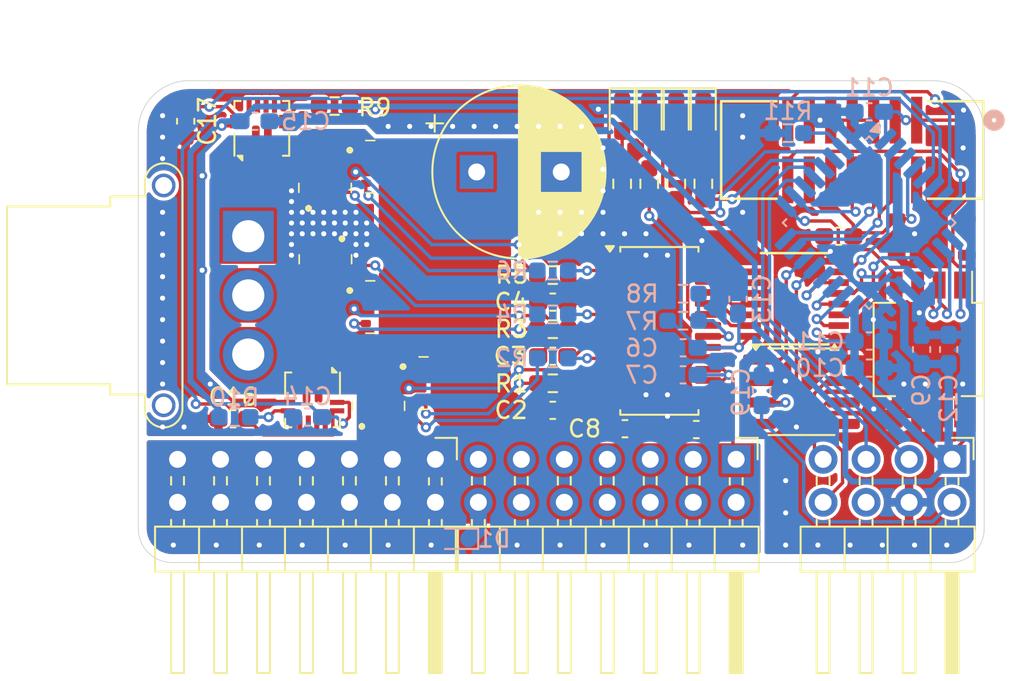
<source format=kicad_pcb>
(kicad_pcb (version 20240108) (generator "pcbnew") (generator_version "8.0")
  (layers (0 "F.Cu" signal) (31 "B.Cu" signal) (34 "B.Paste" user) (35 "F.Paste" user) (36 "B.SilkS" user "B.Silkscreen") (37 "F.SilkS" user "F.Silkscreen") (38 "B.Mask" user) (39 "F.Mask" user) (44 "Edge.Cuts" user))
  (net 0 "")
  (net 1 "GNDPWR")
  (net 2 "+12VA")
  (net 3 "Net-(D2-K)")
  (net 4 "HSA")
  (net 5 "HSB")
  (net 6 "HSC")
  (net 7 "+5V")
  (net 8 "+3V3")
  (net 9 "GNDD")
  (net 10 "NRST")
  (net 11 "+5VD")
  (net 12 "SCA")
  (net 13 "SCC")
  (net 14 "Net-(U1-CA)")
  (net 15 "Net-(U1-CB)")
  (net 16 "Net-(U1-CC)")
  (net 17 "SOA")
  (net 18 "SOC")
  (net 20 "CANH")
  (net 21 "SPD2")
  (net 22 "CANL")
  (net 23 "SPD1")
  (net 24 "SWCLK")
  (net 25 "SWDIO")
  (net 26 "SWO")
  (net 28 "USART_TX")
  (net 29 "USART_RX")
  (net 31 "Net-(Q1-G)")
  (net 32 "Net-(Q2-G)")
  (net 33 "Net-(Q3-G)")
  (net 34 "Net-(Q4-G)")
  (net 35 "Net-(Q5-G)")
  (net 36 "Net-(Q6-G)")
  (net 37 "HOA")
  (net 38 "HOB")
  (net 39 "HOC")
  (net 40 "LOA")
  (net 41 "LOB")
  (net 42 "LOC")
  (net 43 "SIGA")
  (net 44 "SIGB")
  (net 45 "SIGC")
  (net 46 "ID1")
  (net 47 "ID2")
  (net 48 "ID3")
  (net 49 "ID4")
  (net 50 "ID_DISP")
  (net 51 "STATUS")
  (net 52 "PWMA")
  (net 53 "PWMB")
  (net 54 "PWMC")
  (net 56 "RXD")
  (net 57 "TXD")
  (net 59 "Net-(U1-CP1)")
  (net 60 "Net-(U1-CP2)")
  (net 62 "Net-(U1-VREG)")
  (net 63 "Net-(U10-PB8)")
  (net 64 "Net-(U6-~{FAULT})")
  (net 65 "Net-(U7-~{FAULT})")
  (net 73 "Net-(D2-A)")
  (net 74 "Net-(D3-A)")
  (net 75 "Net-(D4-A)")
  (net 76 "Net-(D5-A)")
  (net 77 "Net-(U1-VDSTH)")
  (net 78 "PWMC_N")
  (net 79 "PWMA_N")
  (net 80 "PWMB_N")
  (net 81 "SIGC_N")
  (net 82 "SIGB_N")
  (net 83 "SIGA_N")
  (footprint "LED_SMD:LED_0603_1608Metric_Pad1.05x0.95mm_HandSolder" (layer "F.Cu") (at 80.2 52.1 -90)
    (property "Reference" "D2" (hide yes))
    (property "Value" "blue")
  )
  (footprint "Capacitor_SMD:C_0603_1608Metric_Pad1.08x0.95mm_HandSolder" (layer "F.Cu") (at 74.5 63.1)
    (property "Reference" "C4")
    (property "Value" "0.47u")
  )
  (footprint "blmd_hardware:HSMT8" (layer "F.Cu") (at 71 67.9 -90)
    (property "Reference" "Q1")
    (property "Value" "RH6L040BG" (hide yes))
  )
  (footprint "Connector_PinHeader_2.54mm:PinHeader_2x07_P2.54mm_Horizontal" (layer "F.Cu") (at 85.34 72.4 -90)
    (property "Reference" "J4" (hide yes))
    (property "Value" "12V")
  )
  (footprint "Capacitor_SMD:C_0603_1608Metric_Pad1.08x0.95mm_HandSolder" (layer "F.Cu") (at 52.8 52.4 -90)
    (property "Reference" "C17")
    (property "Value" "0.1u")
  )
  (footprint "Button_Switch_SMD:SW_DIP_SPSTx04_Slide_Copal_CHS-04B_W7.62mm_P1.27mm" (layer "F.Cu") (at 96.7 65.9 -90)
    (property "Reference" "SW2" (hide yes))
    (property "Value" "KHS42E")
  )
  (footprint "Resistor_SMD:R_0603_1608Metric_Pad0.98x0.95mm_HandSolder" (layer "F.Cu") (at 74.5 67.9 180)
    (property "Reference" "R1")
    (property "Value" "39")
  )
  (footprint "blmd_hardware:HSMT8" (layer "F.Cu") (at 67.85 55.1 -90)
    (property "Reference" "Q3")
    (property "Value" "RH6L040BG" (hide yes))
  )
  (footprint "Resistor_SMD:R_0603_1608Metric_Pad0.98x0.95mm_HandSolder" (layer "F.Cu") (at 81.8 56.1 90)
    (property "Reference" "R14" (hide yes))
    (property "Value" "1k")
  )
  (footprint "Sensor_Current:Allegro_QFN-12-10-1EP_3x3mm_P0.5mm" (layer "F.Cu") (at 57.3 52.9 90)
    (property "Reference" "U7" (hide yes))
    (property "Value" "ACS711KEXLT-31AB")
  )
  (footprint "Capacitor_SMD:C_0603_1608Metric_Pad1.08x0.95mm_HandSolder" (layer "F.Cu") (at 74.5 69.5)
    (property "Reference" "C2")
    (property "Value" "0.47u")
  )
  (footprint "Capacitor_SMD:C_0603_1608Metric_Pad1.08x0.95mm_HandSolder" (layer "F.Cu") (at 78.7665 70.5866 180)
    (property "Reference" "C8")
    (property "Value" "10u")
  )
  (footprint "Resistor_SMD:R_0603_1608Metric_Pad0.98x0.95mm_HandSolder" (layer "F.Cu") (at 61.6 51.5)
    (property "Reference" "R9")
    (property "Value" "10k")
  )
  (footprint "Package_SO:HTSSOP-28-1EP_4.4x9.7mm_P0.65mm_EP2.75x6.2mm" (layer "F.Cu") (at 80.8 64.8)
    (property "Reference" "U1" (hide yes))
    (property "Value" "A4939KLPTR-5-T")
  )
  (footprint "Resistor_SMD:R_0603_1608Metric_Pad0.98x0.95mm_HandSolder" (layer "F.Cu") (at 80.2 56.1 -90)
    (property "Reference" "R12" (hide yes))
    (property "Value" "2.2k")
  )
  (footprint "LED_SMD:LED_0603_1608Metric_Pad1.05x0.95mm_HandSolder" (layer "F.Cu") (at 81.8 52.1 -90)
    (property "Reference" "D4" (hide yes))
    (property "Value" "Red")
  )
  (footprint "blmd_hardware:HSMT8" (layer "F.Cu") (at 67.85 63.4 -90)
    (property "Reference" "Q2")
    (property "Value" "RH6L040BG" (hide yes))
  )
  (footprint "Resistor_SMD:R_0603_1608Metric_Pad0.98x0.95mm_HandSolder" (layer "F.Cu") (at 74.5 64.7 180)
    (property "Reference" "R3")
    (property "Value" "39")
  )
  (footprint "blmd_hardware:HSMT8" (layer "F.Cu") (at 61.05 64.7 180)
    (property "Reference" "Q5")
    (property "Value" "RH6L040BG" (hide yes))
  )
  (footprint "Capacitor_SMD:C_0603_1608Metric_Pad1.08x0.95mm_HandSolder" (layer "F.Cu") (at 82.9829 70.6374 180)
    (property "Reference" "C5" (hide yes))
    (property "Value" "0.47u")
  )
  (footprint "Connector_PinHeader_2.54mm:PinHeader_2x07_P2.54mm_Horizontal" (layer "F.Cu") (at 67.56 72.4 -90)
    (property "Reference" "J3" (hide yes))
    (property "Value" "GND")
  )
  (footprint "Capacitor_SMD:C_0603_1608Metric_Pad1.08x0.95mm_HandSolder" (layer "F.Cu") (at 74.5 66.3)
    (property "Reference" "C3")
    (property "Value" "0.47u")
  )
  (footprint "Capacitor_SMD:C_0603_1608Metric_Pad1.08x0.95mm_HandSolder" (layer "F.Cu") (at 55.6 70 180)
    (property "Reference" "C16")
    (property "Value" "0.1u")
  )
  (footprint "Package_SO:SOIC-8_3.9x4.9mm_P1.27mm" (layer "F.Cu") (at 89.2 68.4)
    (property "Reference" "U9" (hide yes))
    (property "Value" "BD41041FJ-C")
  )
  (footprint "blmd_hardware:HSMT8" (layer "F.Cu") (at 64.2 65.1)
    (property "Reference" "Q4")
    (property "Value" "RH6L040BG" (hide yes))
  )
  (footprint "Resistor_SMD:R_0603_1608Metric_Pad0.98x0.95mm_HandSolder" (layer "F.Cu") (at 83.4 56.1 90)
    (property "Reference" "R15" (hide yes))
    (property "Value" "1k")
  )
  (footprint "Capacitor_THT:CP_Radial_D10.0mm_P5.00mm" (layer "F.Cu") (at 70 55.4)
    (property "Reference" "C1" (hide yes))
    (property "Value" "470u")
  )
  (footprint "Resistor_SMD:R_0603_1608Metric_Pad0.98x0.95mm_HandSolder" (layer "F.Cu") (at 78.6 56.1 90)
    (property "Reference" "R13" (hide yes))
    (property "Value" "2.2k")
  )
  (footprint "LED_SMD:LED_0603_1608Metric_Pad1.05x0.95mm_HandSolder" (layer "F.Cu") (at 83.4 52.1 -90)
    (property "Reference" "D5" (hide yes))
    (property "Value" "Green")
  )
  (footprint "blmd_hardware:HSMT8" (layer "F.Cu") (at 61.05 52.2)
    (property "Reference" "Q6")
    (property "Value" "RH6L040BG" (hide yes))
  )
  (footprint "Package_SO:SSOP-16_3.9x4.9mm_P0.635mm" (layer "F.Cu") (at 88.8 62.9 180)
    (property "Reference" "U4" (hide yes))
    (property "Value" "ISO7760FDBQR")
  )
  (footprint "Resistor_SMD:R_0603_1608Metric_Pad0.98x0.95mm_HandSolder" (layer "F.Cu") (at 74.5 61.5 180)
    (property "Reference" "R5")
    (property "Value" "39")
  )
  (footprint "Connector_AMASS:AMASS_MR30PW-FB_1x03_P3.50mm_Horizontal" (layer "F.Cu") (at 56.5 59.2 90)
    (property "Reference" "J1" (hide yes))
    (property "Value" "MR30PW-F")
  )
  (footprint "Sensor_Current:Allegro_QFN-12-10-1EP_3x3mm_P0.5mm" (layer "F.Cu") (at 60.3 68.8 -90)
    (property "Reference" "U6" (hide yes))
    (property "Value" "ACS711KEXLT-31AB")
  )
  (footprint "blmd_hardware:RESET" (layer "F.Cu") (at 96.9 59.25 180)
    (property "Reference" "SW1")
    (property "Value" "reset" (hide yes))
  )
  (footprint "Capacitor_SMD:C_0603_1608Metric_Pad1.08x0.95mm_HandSolder" (layer "F.Cu") (at 91.4 59.2 180)
    (property "Reference" "C18" (hide yes))
    (property "Value" "0.1u")
  )
  (footprint "blmd_hardware:CONN_3220-14-0300-00_CNC" (layer "F.Cu") (at 92.2 54.1 180)
    (property "Reference" "J5" (hide yes))
    (property "Value" "STLink-V3")
  )
  (footprint "LED_SMD:LED_0603_1608Metric_Pad1.05x0.95mm_HandSolder" (layer "F.Cu") (at 78.6 52.1 -90)
    (property "Reference" "D3" (hide yes))
    (property "Value" "Yellow")
  )
  (footprint "Connector_PinHeader_2.54mm:PinHeader_2x04_P2.54mm_Horizontal" (layer "F.Cu") (at 98.1 72.4 -90)
    (property "Reference" "J2" (hide yes))
    (property "Value" "control")
  )
  (footprint "Diode_SMD:D_SOD-523" (layer "B.Cu") (at 68.83 77.1 180)
    (property "Reference" "D1")
    (property "Value" "TVS")
  )
  (footprint "Capacitor_SMD:C_0603_1608Metric_Pad1.08x0.95mm_HandSolder" (layer "B.Cu") (at 97.9 65.9 90)
    (property "Reference" "C12")
    (property "Value" "0.1u")
  )
  (footprint "Capacitor_SMD:C_0603_1608Metric_Pad1.08x0.95mm_HandSolder" (layer "B.Cu") (at 96.3 65.9 90)
    (property "Reference" "C9")
    (property "Value" "10u")
  )
  (footprint "Resistor_SMD:R_0603_1608Metric_Pad0.98x0.95mm_HandSolder" (layer "B.Cu") (at 74.5 66.425 180)
    (property "Reference" "R2")
    (property "Value" "39")
  )
  (footprint "Capacitor_SMD:C_0603_1608Metric_Pad1.08x0.95mm_HandSolder" (layer "B.Cu") (at 60 69.9 180)
    (property "Reference" "C14")
    (property "Value" "0.1u")
  )
  (footprint "Capacitor_SMD:C_0603_1608Metric_Pad1.08x0.95mm_HandSolder" (layer "B.Cu") (at 93.2 67)
    (property "Reference" "C10")
    (property "Value" "4.7u")
  )
  (footprint "Resistor_SMD:R_0603_1608Metric_Pad0.98x0.95mm_HandSolder" (layer "B.Cu") (at 55.7 69.9)
    (property "Reference" "R10")
    (property "Value" "10k")
  )
  (footprint "Capacitor_SMD:C_0603_1608Metric_Pad1.08x0.95mm_HandSolder" (layer "B.Cu") (at 82.2 65.8 180)
    (property "Reference" "C6")
    (property "Value" "1u")
  )
  (footprint "Capacitor_SMD:C_0603_1608Metric_Pad1.08x0.95mm_HandSolder" (layer "B.Cu") (at 85.4456 62.9169 90)
    (property "Reference" "C13")
    (property "Value" "0.1u")
  )
  (footprint "Resistor_SMD:R_0603_1608Metric_Pad0.98x0.95mm_HandSolder" (layer "B.Cu") (at 74.5 63.825 180)
    (property "Reference" "R4")
    (property "Value" "39")
  )
  (footprint "Resistor_SMD:R_0603_1608Metric_Pad0.98x0.95mm_HandSolder" (layer "B.Cu") (at 74.5 61.23 180)
    (property "Reference" "R6")
    (property "Value" "39")
  )
  (footprint "Capacitor_SMD:C_0603_1608Metric_Pad1.08x0.95mm_HandSolder" (layer "B.Cu") (at 86.8426 68.3271 90)
    (property "Reference" "C19")
    (property "Value" "0.1u")
  )
  (footprint "Resistor_SMD:R_0603_1608Metric_Pad0.98x0.95mm_HandSolder" (layer "B.Cu") (at 82.2 64.2 180)
    (property "Reference" "R7")
    (property "Value" "15k")
  )
  (footprint "Capacitor_SMD:C_0603_1608Metric_Pad1.08x0.95mm_HandSolder" (layer "B.Cu") (at 56.9 52.4)
    (property "Reference" "C15")
    (property "Value" "0.1u")
  )
  (footprint "Capacitor_SMD:C_0603_1608Metric_Pad1.08x0.95mm_HandSolder" (layer "B.Cu") (at 82.2 67.4 180)
    (property "Reference" "C7")
    (property "Value" "0.22u")
  )
  (footprint "Resistor_SMD:R_0603_1608Metric_Pad0.98x0.95mm_HandSolder" (layer "B.Cu") (at 88.4 53.1 180)
    (property "Reference" "R11")
    (property "Value" "10k")
  )
  (footprint "Capacitor_SMD:C_0603_1608Metric_Pad1.08x0.95mm_HandSolder" (layer "B.Cu") (at 93.2 51.84 180)
    (property "Reference" "C11")
    (property "Value" "0.1u")
  )
  (footprint "Resistor_SMD:R_0603_1608Metric_Pad0.98x0.95mm_HandSolder" (layer "B.Cu") (at 82.2 62.6 180)
    (property "Reference" "R8")
    (property "Value" "10k")
  )
  (footprint "Package_QFP:LQFP-32_7x7mm_P0.8mm" (layer "B.Cu") (at 93.2 58.4 -135)
    (property "Reference" "U10" (hide yes))
    (property "Value" "STM32G431KBTx")
  )
  (footprint "Capacitor_SMD:C_0603_1608Metric_Pad1.08x0.95mm_HandSolder" (layer "B.Cu") (at 93.2 65.4)
    (property "Reference" "C11")
    (property "Value" "0.1u")
  )
  (gr_line (start 98 78.5) (end 52 78.5) (stroke (width 0.05)) (layer "Edge.Cuts"))
  (gr_arc (start 100 76.5) (mid 99.414214 77.914214) (end 98 78.5) (stroke (width 0.05)) (layer "Edge.Cuts"))
  (gr_arc (start 50 53) (mid 50.87868 50.87868) (end 53 50) (stroke (width 0.05)) (layer "Edge.Cuts"))
  (gr_line (start 97 50) (end 53 50) (stroke (width 0.05)) (layer "Edge.Cuts"))
  (gr_arc (start 97 50) (mid 99.12132 50.87868) (end 100 53) (stroke (width 0.05)) (layer "Edge.Cuts"))
  (gr_line (start 100 53) (end 100 76.5) (stroke (width 0.05)) (layer "Edge.Cuts"))
  (gr_arc (start 52 78.5) (mid 50.585786 77.914214) (end 50 76.5) (stroke (width 0.05)) (layer "Edge.Cuts"))
  (gr_line (start 50 53) (end 50 76.5) (stroke (width 0.05)) (layer "Edge.Cuts"))
  (segment (start 77.825 52) (end 77.825 53.62) (width 0.2) (layer "F.Cu") (net 1))
  (segment (start 79.6 64.65) (end 79.7 64.55) (width 0.2) (layer "F.Cu") (net 1))
  (segment (start 78.6 51.225) (end 77.825 52) (width 0.2) (layer "F.Cu") (net 1))
  (segment (start 77.825 53.62) (end 77.47 53.975) (width 0.2) (layer "F.Cu") (net 1))
  (via (at 60.325 58.42) (size 0.6) (drill 0.3) (layers "F.Cu" "B.Cu") (net 1))
  (via (at 59.055 57.15) (size 0.6) (drill 0.3) (layers "F.Cu" "B.Cu") (net 1))
  (via (at 54.61 77.47) (size 0.6) (drill 0.3) (layers "F.Cu" "B.Cu") (net 1))
  (via (at 63.5 59.69) (size 0.6) (drill 0.3) (layers "F.Cu" "B.Cu") (net 1))
  (via (at 62.865 60.325) (size 0.6) (drill 0.3) (layers "F.Cu" "B.Cu") (net 1))
  (via (at 80.01 60.325) (size 0.6) (drill 0.3) (layers "F.Cu" "B.Cu") (net 1))
  (via (at 62.23 59.055) (size 0.6) (drill 0.3) (layers "F.Cu" "B.Cu") (net 1))
  (via (at 63.5 59.055) (size 0.6) (drill 0.3) (layers "F.Cu" "B.Cu") (net 1))
  (via (at 60.96 59.055) (size 0.6) (drill 0.3) (layers "F.Cu" "B.Cu") (net 1))
  (via (at 83.312 59.4614) (size 0.6) (drill 0.3) (layers "F.Cu" "B.Cu") (net 1))
  (via (at 64.77 77.47) (size 0.6) (drill 0.3) (layers "F.Cu" "B.Cu") (net 1))
  (via (at 81.28 68.58) (size 0.6) (drill 0.3) (layers "F.Cu" "B.Cu") (net 1))
  (via (at 77.47 53.975) (size 0.6) (drill 0.3) (layers "F.Cu" "B.Cu") (net 1))
  (via (at 60.325 59.055) (size 0.6) (drill 0.3) (layers "F.Cu" "B.Cu") (net 1))
  (via (at 59.69 58.42) (size 0.6) (drill 0.3) (layers "F.Cu" "B.Cu") (net 1))
  (via (at 67.31 77.47) (size 0.6) (drill 0.3) (layers "F.Cu" "B.Cu") (net 1))
  (via (at 72.39 77.47) (size 0.6) (drill 0.3) (layers "F.Cu" "B.Cu") (net 1))
  (via (at 80.01 77.47) (size 0.6) (drill 0.3) (layers "F.Cu" "B.Cu") (net 1))
  (via (at 62.23 58.42) (size 0.6) (drill 0.3) (layers "F.Cu" "B.Cu") (net 1))
  (via (at 77.47 57.785) (size 0.6) (drill 0.3) (layers "F.Cu" "B.Cu") (net 1))
  (via (at 61.595 58.42) (size 0.6) (drill 0.3) (layers "F.Cu" "B.Cu") (net 1))
  (via (at 73.66 57.785) (size 0.6) (drill 0.3) (layers "F.Cu" "B.Cu") (net 1))
  (via (at 62.865 59.055) (size 0.6) (drill 0.3) (layers "F.Cu" "B.Cu") (net 1))
  (via (at 77.47 59.055) (size 0.6) (drill 0.3) (layers "F.Cu" "B.Cu") (net 1))
  (via (at 63.5 58.42) (size 0.6) (drill 0.3) (layers "F.Cu" "B.Cu") (net 1))
  (via (at 77.47 77.47) (size 0.6) (drill 0.3) (layers "F.Cu" "B.Cu") (net 1))
  (via (at 59.055 57.785) (size 0.6) (drill 0.3) (layers "F.Cu" "B.Cu") (net 1))
  (via (at 74.93 57.785) (size 0.6) (drill 0.3) (layers "F.Cu" "B.Cu") (net 1))
  (via (at 76.2 57.785) (size 0.6) (drill 0.3) (layers "F.Cu" "B.Cu") (net 1))
  (via (at 76.2 59.055) (size 0.6) (drill 0.3) (layers "F.Cu" "B.Cu") (net 1))
  (via (at 82.55 77.47) (size 0.6) (drill 0.3) (layers "F.Cu" "B.Cu") (net 1))
  (via (at 62.865 58.42) (size 0.6) (drill 0.3) (layers "F.Cu" "B.Cu") (net 1))
  (via (at 59.69 77.47) (size 0.6) (drill 0.3) (layers "F.Cu" "B.Cu") (net 1))
  (via (at 59.69 59.055) (size 0.6) (drill 0.3) (layers "F.Cu" "B.Cu") (net 1))
  (via (at 80.01 59.055) (size 0.6) (drill 0.3) (layers "F.Cu" "B.Cu") (net 1))
  (via (at 62.865 59.69) (size 0.6) (drill 0.3) (layers "F.Cu" "B.Cu") (net 1))
  (via (at 62.865 57.785) (size 0.6) (drill 0.3) (layers "F.Cu" "B.Cu") (net 1))
  (via (at 60.96 58.42) (size 0.6) (drill 0.3) (layers "F.Cu" "B.Cu") (net 1))
  (via (at 81.28 60.325) (size 0.6) (drill 0.3) (layers "F.Cu" "B.Cu") (net 1))
  (via (at 85.725 77.47) (size 0.6) (drill 0.3) (layers "F.Cu" "B.Cu") (net 1))
  (via (at 62.23 57.785) (size 0.6) (drill 0.3) (layers "F.Cu" "B.Cu") (net 1))
  (via (at 81.28 69.85) (size 0.6) (drill 0.3) (layers "F.Cu" "B.Cu") (net 1))
  (via (at 77.47 55.245) (size 0.6) (drill 0.3) (layers "F.Cu" "B.Cu") (net 1))
  (via (at 52.07 77.47) (size 0.6) (drill 0.3) (layers "F.Cu" "B.Cu") (net 1))
  (via (at 74.93 77.47) (size 0.6) (drill 0.3) (layers "F.Cu" "B.Cu") (net 1))
  (via (at 57.15 77.47) (size 0.6) (drill 0.3) (layers "F.Cu" "B.Cu") (net 1))
  (via (at 62.23 77.47) (size 0.6) (drill 0.3) (layers "F.Cu" "B.Cu") (net 1))
  (via (at 60.96 57.785) (size 0.6) (drill 0.3) (layers "F.Cu" "B.Cu") (net 1))
  (via (at 59.055 58.42) (size 0.6) (drill 0.3) (layers "F.Cu" "B.Cu") (net 1))
  (via (at 61.595 59.055) (size 0.6) (drill 0.3) (layers "F.Cu" "B.Cu") (net 1))
  (via (at 60.325 57.785) (size 0.6) (drill 0.3) (layers "F.Cu" "B.Cu") (net 1))
  (via (at 61.595 57.785) (size 0.6) (drill 0.3) (layers "F.Cu" "B.Cu") (net 1))
  (via (at 59.055 59.055) (size 0.6) (drill 0.3) (layers "F.Cu" "B.Cu") (net 1))
  (via (at 78.74 59.055) (size 0.6) (drill 0.3) (layers "F.Cu" "B.Cu") (net 1))
  (via (at 59.69 57.785) (size 0.6) (drill 0.3) (layers "F.Cu" "B.Cu") (net 1))
  (via (at 80.01 68.58) (size 0.6) (drill 0.3) (layers "F.Cu" "B.Cu") (net 1))
  (via (at 59.055 60.325) (size 0.6) (drill 0.3) (layers "F.Cu" "B.Cu") (net 1))
  (via (at 74.93 59.055) (size 0.6) (drill 0.3) (layers "F.Cu" "B.Cu") (net 1))
  (via (at 77.47 56.515) (size 0.6) (drill 0.3) (layers "F.Cu" "B.Cu") (net 1))
  (via (at 59.055 56.515) (size 0.6) (drill 0.3) (layers "F.Cu" "B.Cu") (net 1))
  (via (at 59.055 59.69) (size 0.6) (drill 0.3) (layers "F.Cu" "B.Cu") (net 1))
  (segment (start 84.575 67.725) (end 84.9 67.4) (width 0.2) (layer "F.Cu") (net 2))
  (segment (start 84.575 67.075) (end 84.9 67.4) (width 0.2) (layer "F.Cu") (net 2))
  (segment (start 83.675 67.725) (end 84.575 67.725) (width 0.2) (layer "F.Cu") (net 2))
  (segment (start 83.675 67.075) (end 84.575 67.075) (width 0.2) (layer "F.Cu") (net 2))
  (segment (start 85.15 67.65) (end 85.15 72.2122) (width 0.2) (layer "F.Cu") (net 2))
  (segment (start 85.3378 72.4) (end 85.15 72.2122) (width 0.2) (layer "F.Cu") (net 2))
  (segment (start 84.9 67.4) (end 85.15 67.65) (width 0.2) (layer "F.Cu") (net 2))
  (segment (start 85.34 72.4) (end 85.3378 72.4) (width 0.2) (layer "F.Cu") (net 2))
  (via (at 84.9 67.4) (size 0.6) (drill 0.3) (layers "F.Cu" "B.Cu") (net 2))
  (segment (start 83.0625 67.4) (end 84.9 67.4) (width 0.2) (layer "B.Cu") (net 2))
  (segment (start 70.1 74.94) (end 70.1 76.53) (width 1) (layer "B.Cu") (net 2))
  (segment (start 70.1 76.53) (end 69.53 77.1) (width 1) (layer "B.Cu") (net 2))
  (segment (start 82.981544 64.475) (end 82.475 63.968456) (width 0.2) (layer "F.Cu") (net 3))
  (segment (start 82.475 63.968456) (end 82.475 59.107) (width 0.2) (layer "F.Cu") (net 3))
  (segment (start 81.0006 52.0256) (end 80.2 51.225) (width 0.2) (layer "F.Cu") (net 3))
  (segment (start 81.0006 57.6326) (end 81.0006 52.0256) (width 0.2) (layer "F.Cu") (net 3))
  (segment (start 83.675 64.475) (end 82.981544 64.475) (width 0.2) (layer "F.Cu") (net 3))
  (segment (start 82.475 59.107) (end 81.0006 57.6326) (width 0.2) (layer "F.Cu") (net 3))
  (segment (start 74.4125 68.725) (end 73.6375 69.5) (width 0.2) (layer "F.Cu") (net 4))
  (segment (start 74.041722 67.1) (end 74.4125 67.470778) (width 0.2) (layer "F.Cu") (net 4))
  (segment (start 75.841722 68.725) (end 74.5998 68.725) (width 0.2) (layer "F.Cu") (net 4))
  (segment (start 77.925 67.725) (end 76.841722 67.725) (width 0.2) (layer "F.Cu") (net 4))
  (segment (start 74.5998 68.725) (end 74.4125 68.725) (width 0.2) (layer "F.Cu") (net 4))
  (segment (start 74.4125 68.5292) (end 74.4125 68.725) (width 0.2) (layer "F.Cu") (net 4))
  (segment (start 72.5 67.1) (end 74.041722 67.1) (width 0.2) (layer "F.Cu") (net 4))
  (segment (start 74.4125 67.470778) (end 74.4125 68.5292) (width 0.2) (layer "F.Cu") (net 4))
  (segment (start 74.4125 68.5377) (end 74.5998 68.725) (width 0.2) (layer "F.Cu") (net 4))
  (segment (start 74.4125 68.5292) (end 74.4125 68.5377) (width 0.2) (layer "F.Cu") (net 4))
  (segment (start 76.841722 67.725) (end 75.841722 68.725) (width 0.2) (layer "F.Cu") (net 4))
  (via (at 72.5 67.1) (size 0.6) (drill 0.3) (layers "F.Cu" "B.Cu") (net 4))
  (via (at 66 68.2) (size 0.6) (drill 0.3) (layers "F.Cu" "B.Cu") (net 4))
  (segment (start 71.351471 68.2) (end 66 68.2) (width 0.2) (layer "B.Cu") (net 4))
  (segment (start 72.451471 67.1) (end 71.351471 68.2) (width 0.2) (layer "B.Cu") (net 4))
  (segment (start 72.5 67.1) (end 72.451471 67.1) (width 0.2) (layer "B.Cu") (net 4))
  (segment (start 74.4125 64.270778) (end 74.4125 65.3542) (width 0.2) (layer "F.Cu") (net 5))
  (segment (start 74.041722 63.9) (end 72.5 63.9) (width 0.2) (layer "F.Cu") (net 5))
  (segment (start 74.4125 65.3631) (end 74.5744 65.525) (width 0.2) (layer "F.Cu") (net 5))
  (segment (start 77.925 65.125) (end 76.241722 65.125) (width 0.2) (layer "F.Cu") (net 5))
  (segment (start 75.841722 65.525) (end 74.5744 65.525) (width 0.2) (layer "F.Cu") (net 5))
  (segment (start 74.4125 65.3542) (end 74.4125 65.525) (width 0.2) (layer "F.Cu") (net 5))
  (segment (start 74.4125 65.525) (end 73.6375 66.3) (width 0.2) (layer "F.Cu") (net 5))
  (segment (start 74.5744 65.525) (end 74.4125 65.525) (width 0.2) (layer "F.Cu") (net 5))
  (segment (start 74.041722 63.9) (end 74.4125 64.270778) (width 0.2) (layer "F.Cu") (net 5))
  (segment (start 74.4125 65.3542) (end 74.4125 65.3631) (width 0.2) (layer "F.Cu") (net 5))
  (segment (start 76.241722 65.125) (end 75.841722 65.525) (width 0.2) (layer "F.Cu") (net 5))
  (via (at 72.5 63.9) (size 0.6) (drill 0.3) (layers "F.Cu" "B.Cu") (net 5))
  (via (at 62.76 63.5) (size 0.6) (drill 0.3) (layers "F.Cu" "B.Cu") (net 5))
  (segment (start 72.5 63.9) (end 63.16 63.9) (width 0.2) (layer "B.Cu") (net 5))
  (segment (start 63.16 63.9) (end 62.76 63.5) (width 0.2) (layer "B.Cu") (net 5))
  (segment (start 74.9046 62.325) (end 74.4125 62.325) (width 0.2) (layer "F.Cu") (net 6))
  (segment (start 73.141722 59.7) (end 72.5 59.7) (width 0.2) (layer "F.Cu") (net 6))
  (segment (start 74.549 61.107278) (end 74.549 62.1885) (width 0.2) (layer "F.Cu") (net 6))
  (segment (start 77.150001 62.525) (end 76.950001 62.325) (width 0.2) (layer "F.Cu") (net 6))
  (segment (start 73.6375 63.1) (end 74.4125 62.325) (width 0.2) (layer "F.Cu") (net 6))
  (segment (start 73.6375 63.2) (end 73.6375 63.1) (width 0.2) (layer "F.Cu") (net 6))
  (segment (start 73.141722 59.7) (end 74.549 61.107278) (width 0.2) (layer "F.Cu") (net 6))
  (segment (start 74.6855 62.325) (end 74.549 62.1885) (width 0.2) (layer "F.Cu") (net 6))
  (segment (start 77.925 62.525) (end 77.150001 62.525) (width 0.2) (layer "F.Cu") (net 6))
  (segment (start 74.9046 62.325) (end 74.6855 62.325) (width 0.2) (layer "F.Cu") (net 6))
  (segment (start 74.549 62.1885) (end 74.4125 62.325) (width 0.2) (layer "F.Cu") (net 6))
  (segment (start 76.950001 62.325) (end 74.9046 62.325) (width 0.2) (layer "F.Cu") (net 6))
  (via (at 62.85 55.4) (size 0.6) (drill 0.3) (layers "F.Cu" "B.Cu") (net 6))
  (via (at 72.5 59.7) (size 0.6) (drill 0.3) (layers "F.Cu" "B.Cu") (net 6))
  (segment (start 72.5 59.7) (end 67.348529 59.7) (width 0.2) (layer "B.Cu") (net 6))
  (segment (start 63.048529 55.4) (end 67.348529 59.7) (width 0.2) (layer "B.Cu") (net 6))
  (segment (start 62.85 55.4) (end 63.048529 55.4) (width 0.2) (layer "B.Cu") (net 6))
  (segment (start 83.675 65.775) (end 85.5218 65.775) (width 0.2) (layer "F.Cu") (net 7))
  (segment (start 80.2 57.0125) (end 80.2 58) (width 0.2) (layer "F.Cu") (net 7))
  (segment (start 85.5475 65.775) (end 86.2 65.1225) (width 0.2) (layer "F.Cu") (net 7))
  (segment (start 80.2 57.0125) (end 78.6 57.0125) (width 0.2) (layer "F.Cu") (net 7))
  (segment (start 85.5218 65.775) (end 85.5475 65.775) (width 0.2) (layer "F.Cu") (net 7))
  (via (at 80.2 58) (size 0.6) (drill 0.3) (layers "F.Cu" "B.Cu") (net 7))
  (via (at 85.5 65.775) (size 0.6) (drill 0.3) (layers "F.Cu" "B.Cu") (net 7))
  (segment (start 85.4456 63.7794) (end 85.5 63.8338) (width 0.2) (layer "B.Cu") (net 7))
  (segment (start 85.475 65.8) (end 85.5 65.775) (width 0.2) (layer "B.Cu") (net 7))
  (segment (start 82.075 59.875) (end 80.2 58) (width 0.2) (layer "B.Cu") (net 7))
  (segment (start 82.075 64.8125) (end 82.075 59.875) (width 0.2) (layer "B.Cu") (net 7))
  (segment (start 81.4625 64.2) (end 83.0625 65.8) (width 0.2) (layer "B.Cu") (net 7))
  (segment (start 81.2875 64.2) (end 81.4625 64.2) (width 0.2) (layer "B.Cu") (net 7))
  (segment (start 83.0625 65.8) (end 85.475 65.8) (width 0.2) (layer "B.Cu") (net 7))
  (segment (start 85.5 63.8338) (end 85.5 65.775) (width 0.2) (layer "B.Cu") (net 7))
  (segment (start 83.0625 65.8) (end 82.075 64.8125) (width 0.2) (layer "B.Cu") (net 7))
  (segment (start 62.475 69.905) (end 62.1 70.28) (width 0.2) (layer "F.Cu") (net 8))
  (segment (start 98.456424 60.99) (end 99.285 60.99) (width 0.2) (layer "F.Cu") (net 8))
  (segment (start 98.15 60.683576) (end 98.456424 60.99) (width 0.2) (layer "F.Cu") (net 8))
  (segment (start 91.4 65.1225) (end 90.3225 65.1225) (width 0.2) (layer "F.Cu") (net 8))
  (segment (start 99.4 61.105) (end 99.4 70.695) (width 0.2) (layer "F.Cu") (net 8))
  (segment (start 61.75 69.03) (end 62.425 69.03) (width 0.2) (layer "F.Cu") (net 8))
  (segment (start 98.474517 52.335) (end 99.4 53.260483) (width 0.2) (layer "F.Cu") (net 8))
  (segment (start 62.475 69.08) (end 62.475 69.905) (width 0.2) (layer "F.Cu") (net 8))
  (segment (start 63.808 51.5) (end 64.008 51.7) (width 0.2) (layer "F.Cu") (net 8))
  (segment (start 99.285 60.99) (end 99.4 61.105) (width 0.2) (layer "F.Cu") (net 8))
  (segment (start 90.3225 65.1225) (end 90.1 64.9) (width 0.2) (layer "F.Cu") (net 8))
  (segment (start 54.9325 52.67) (end 55.85 52.67) (width 0.2) (layer "F.Cu") (net 8))
  (segment (start 95.377 52.335) (end 96.01 52.335) (width 0.2) (layer "F.Cu") (net 8))
  (segment (start 98.15 57.816424) (end 98.15 60.683576) (width 0.2) (layer "F.Cu") (net 8))
  (segment (start 62.5125 51.5) (end 63.808 51.5) (width 0.2) (layer "F.Cu") (net 8))
  (segment (start 62.425 69.03) (end 62.475 69.08) (width 0.2) (layer "F.Cu") (net 8))
  (segment (start 94.74 52.335) (end 95.377 52.335) (width 0.2) (layer "F.Cu") (net 8))
  (segment (start 96.01 52.335) (end 98.474517 52.335) (width 0.2) (layer "F.Cu") (net 8))
  (segment (start 99.4 56.566424) (end 98.15 57.816424) (width 0.2) (layer "F.Cu") (net 8))
  (segment (start 99.4 70.695) (end 98.1 71.995) (width 0.2) (layer "F.Cu") (net 8))
  (segment (start 98.1 71.995) (end 98.1 72.4) (width 0.2) (layer "F.Cu") (net 8))
  (segment (start 99.4 53.260483) (end 99.4 56.566424) (width 0.2) (layer "F.Cu") (net 8))
  (via (at 54.9325 52.67) (size 0.6) (drill 0.3) (layers "F.Cu" "B.Cu") (net 8))
  (via (at 90.1 64.9) (size 0.6) (drill 0.3) (layers "F.Cu" "B.Cu") (net 8))
  (via (at 95.377 52.335) (size 0.6) (drill 0.3) (layers "F.Cu" "B.Cu") (net 8))
  (via (at 62.1 70.28) (size 0.6) (drill 0.3) (layers "F.Cu" "B.Cu") (net 8))
  (via (at 64.008 51.7) (size 0.6) (drill 0.3) (layers "F.Cu" "B.Cu") (net 8))
  (segment (start 54.0385 68.7197) (end 54.7875 69.4687) (width 0.35) (layer "B.Cu") (net 8))
  (segment (start 94.737957 62.766384) (end 95.280051 63.308478) (width 0.5) (layer "B.Cu") (net 8))
  (segment (start 97.9 66.7625) (end 96.3 66.7625) (width 0.5) (layer "B.Cu") (net 8))
  (segment (start 60.0759 69.1134) (end 54.4322 69.1134) (width 0.2) (layer "B.Cu") (net 8))
  (segment (start 94.172272 53.46793) (end 94.172272 51.949771) (width 0.2) (layer "B.Cu") (net 8))
  (segment (start 97.5376 72.4) (end 98.1 72.4) (width 0.5) (layer "B.Cu") (net 8))
  (segment (start 92.3375 65.4) (end 90.6 65.4) (width 0.2) (layer "B.Cu") (net 8))
  (segment (start 53.0784 67.7596) (end 54.0385 68.7197) (width 0.35) (layer "B.Cu") (net 8))
  (segment (start 60.8625 69.9) (end 60.0759 69.1134) (width 0.2) (layer "B.Cu") (net 8))
  (segment (start 56.0375 52.4) (end 55.2025 52.4) (width 0.35) (layer "B.Cu") (net 8))
  (segment (start 97.9 66.7625) (end 97.9 72.2) (width 0.5) (layer "B.Cu") (net 8))
  (segment (start 54.7875 69.9) (end 54.8 69.9) (width 0.2) (layer "B.Cu") (net 8))
  (segment (start 95.280051 65.742551) (end 96.3 66.7625) (width 0.5) (layer "B.Cu") (net 8))
  (segment (start 54.7875 69.4687) (end 54.7875 69.9) (width 0.35) (layer "B.Cu") (net 8))
  (segment (start 86.435151 60.789746) (end 78.009405 52.364) (width 0.35) (layer "B.Cu") (net 8))
  (segment (start 96.785 73.715) (end 92.2062 73.715) (width 0.35) (layer "B.Cu") (net 8))
  (segment (start 94.062501 51.84) (end 94.882 51.84) (width 0.2) (layer "B.Cu") (net 8))
  (segment (start 92.3375 67) (end 92.3375 67.1999) (width 0.5) (layer "B.Cu") (net 8))
  (segment (start 86.435151 64.512589) (end 86.435151 60.789746) (width 0.35) (layer "B.Cu") (net 8))
  (segment (start 94.882 51.84) (end 95.377 52.335) (width 0.2) (layer "B.Cu") (net 8))
  (segment (start 60.8625 69.9) (end 61.72 69.9) (width 0.2) (layer "B.Cu") (net 8))
  (segment (start 94.172272 51.949771) (end 94.062501 51.84) (width 0.2) (layer "B.Cu") (net 8))
  (segment (start 98.1 72.4) (end 96.785 73.715) (width 0.35) (layer "B.Cu") (net 8))
  (segment (start 90.6 65.4) (end 90.1 64.9) (width 0.2) (layer "B.Cu") (net 8))
  (segment (start 95.280051 63.308478) (end 95.280051 65.742551) (width 0.5) (layer "B.Cu") (net 8))
  (segment (start 54.90503 52.4) (end 53.0784 54.22663) (width 0.35) (layer "B.Cu") (net 8))
  (segment (start 56.9085 51.529) (end 56.0375 52.4) (width 0.35) (layer "B.Cu") (net 8))
  (segment (start 91.795 69.872438) (end 86.435151 64.512589) (width 0.35) (layer "B.Cu") (net 8))
  (segment (start 56.0375 52.4) (end 54.90503 52.4) (width 0.35) (layer "B.Cu") (net 8))
  (segment (start 54.4322 69.1134) (end 54.0385 68.7197) (width 0.2) (layer "B.Cu") (net 8))
  (segment (start 98.1 72.4) (end 97.551471 72.4) (width 0.2) (layer "B.Cu") (net 8))
  (segment (start 91.795 73.3038) (end 91.795 69.872438) (width 0.35) (layer "B.Cu") (net 8))
  (segment (start 61.72 69.9) (end 62.1 70.28) (width 0.2) (layer "B.Cu") (net 8))
  (segment (start 92.3375 63.441842) (end 92.227728 63.33207) (width 0.5) (layer "B.Cu") (net 8))
  (segment (start 92.3375 67.1999) (end 97.5376 72.4) (width 0.5) (layer "B.Cu") (net 8))
  (segment (start 97.9 72.2) (end 98.1 72.4) (width 0.5) (layer "B.Cu") (net 8))
  (segment (start 53.0784 54.22663) (end 53.0784 67.7596) (width 0.35) (layer "B.Cu") (net 8))
  (segment (start 92.2062 73.715) (end 91.795 73.3038) (width 0.35) (layer "B.Cu") (net 8))
  (segment (start 78.009405 52.364) (end 76.911005 52.364) (width 0.35) (layer "B.Cu") (net 8))
  (segment (start 76.076005 51.529) (end 56.9085 51.529) (width 0.35) (layer "B.Cu") (net 8))
  (segment (start 76.911005 52.364) (end 76.076005 51.529) (width 0.35) (layer "B.Cu") (net 8))
  (segment (start 92.3375 67) (end 92.3375 63.441842) (width 0.5) (layer "B.Cu") (net 8))
  (segment (start 58.3256 69.03) (end 58.85 69.03) (width 0.2) (layer "F.Cu") (net 9))
  (segment (start 90.297 52.335) (end 93.47 52.335) (width 0.2) (layer "F.Cu") (net 9))
  (segment (start 89.66 52.335) (end 90.297 52.335) (width 0.2) (layer "F.Cu") (net 9))
  (segment (start 58.166 69.0372) (end 58.3184 69.0372) (width 0.2) (layer "F.Cu") (net 9))
  (segment (start 54.5592 67.945) (end 55.5244 68.9102) (width 0.2) (layer "F.Cu") (net 9))
  (segment (start 55.5244 68.9102) (end 58.039 68.9102) (width 0.2) (layer "F.Cu") (net 9))
  (segment (start 54.2544 67.945) (end 54.5592 67.945) (width 0.2) (layer "F.Cu") (net 9))
  (segment (start 58.039 68.9102) (end 58.166 69.0372) (width 0.2) (layer "F.Cu") (net 9))
  (segment (start 58.3184 69.0372) (end 58.3256 69.03) (width 0.2) (layer "F.Cu") (net 9))
  (via (at 95.25 67.945) (size 0.6) (drill 0.3) (layers "F.Cu" "B.Cu") (net 9))
  (via (at 54.2544 67.945) (size 0.6) (drill 0.3) (layers "F.Cu" "B.Cu") (net 9))
  (via (at 90.17 77.47) (size 0.6) (drill 0.3) (layers "F.Cu" "B.Cu") (net 9))
  (via (at 51.435 66.675) (size 0.6) (drill 0.3) (layers "F.Cu" "B.Cu") (net 9))
  (via (at 51.435 57.785) (size 0.6) (drill 0.3) (layers "F.Cu" "B.Cu") (net 9))
  (via (at 96.1644 63.7286) (size 0.6) (drill 0.3) (layers "F.Cu" "B.Cu") (net 9))
  (via (at 51.435 53.34) (size 0.6) (drill 0.3) (layers "F.Cu" "B.Cu") (net 9))
  (via (at 97.79 77.47) (size 0.6) (drill 0.3) (layers "F.Cu" "B.Cu") (net 9))
  (via (at 51.435 52.07) (size 0.6) (drill 0.3) (layers "F.Cu" "B.Cu") (net 9))
  (via (at 51.435 70.485) (size 0.6) (drill 0.3) (layers "F.Cu" "B.Cu") (net 9))
  (via (at 76.2 52.705) (size 0.6) (drill 0.3) (layers "F.Cu" "B.Cu") (net 9))
  (via (at 90.9066 60.0964) (size 0.6) (drill 0.3) (layers "F.Cu" "B.Cu") (net 9))
  (via (at 88.265 77.47) (size 0.6) (drill 0.3) (layers "F.Cu" "B.Cu") (net 9))
  (via (at 77.1906 51.689) (size 0.6) (drill 0.3) (layers "F.Cu" "B.Cu") (net 9))
  (via (at 68.58 52.705) (size 0.6) (drill 0.3) (layers "F.Cu" "B.Cu") (net 9))
  (via (at 88.265 73.66) (size 0.6) (drill 0.3) (layers "F.Cu" "B.Cu") (net 9))
  (via (at 93.98 77.47) (size 0.6) (drill 0.3) (layers "F.Cu" "B.Cu") (net 9))
  (via (at 98.7298 67.945) (size 0.6) (drill 0.3) (layers "F.Cu" "B.Cu") (net 9))
  (via (at 53.7718 61.214) (size 0.6) (drill 0.3) (layers "F.Cu" "B.Cu") (net 9))
  (via (at 51.435 67.945) (size 0.6) (drill 0.3) (layers "F.Cu" "B.Cu") (net 9))
  (via (at 64.77 52.705) (size 0.6) (drill 0.3) (layers "F.Cu" "B.Cu") (net 9))
  (via (at 69.85 52.705) (size 0.6) (drill 0.3) (layers "F.Cu" "B.Cu") (net 9))
  (via (at 71.12 52.705) (size 0.6) (drill 0.3) (layers "F.Cu" "B.Cu") (net 9))
  (via (at 51.435 64.135) (size 0.6) (drill 0.3) (layers "F.Cu" "B.Cu") (net 9))
  (via (at 51.435 61.595) (size 0.6) (drill 0.3) (layers "F.Cu" "B.Cu") (net 9))
  (via (at 51.435 62.865) (size 0.6) (drill 0.3) (layers "F.Cu" "B.Cu") (net 9))
  (via (at 96.52 67.945) (size 0.6) (drill 0.3) (layers "F.Cu" "B.Cu") (net 9))
  (via (at 88.25 67.765) (size 0.6) (drill 0.3) (layers "F.Cu" "B.Cu") (net 9))
  (via (at 98.7806 51.7398) (size 0.6) (drill 0.3) (layers "F.Cu" "B.Cu") (net 9))
  (via (at 88.265 75.565) (size 0.6) (drill 0.3) (layers "F.Cu" "B.Cu") (net 9))
  (via (at 93.4466 64.135) (size 0.6) (drill 0.3) (layers "F.Cu" "B.Cu") (net 9))
  (via (at 53.7718 55.626) (size 0.6) (drill 0.3) (layers "F.Cu" "B.Cu") (net 9))
  (via (at 52.705 70.485) (size 0.6) (drill 0.3) (layers "F.Cu" "B.Cu") (net 9))
  (via (at 85.725 52.07) (size 0.6) (drill 0.3) (layers "F.Cu" "B.Cu") (net 9))
  (via (at 90.297 52.335) (size 0.6) (drill 0.3) (layers "F.Cu" "B.Cu") (net 9))
  (via (at 88.9 70.485) (size 0.6) (drill 0.3) (layers "F.Cu" "B.Cu") (net 9))
  (via (at 93.472 69.4182) (size 0.6) (drill 0.3) (layers "F.Cu" "B.Cu") (net 9))
  (via (at 51.435 65.405) (size 0.6) (drill 0.3) (layers "F.Cu" "B.Cu") (net 9))
  (via (at 74.93 52.705) (size 0.6) (drill 0.3) (layers "F.Cu" "B.Cu") (net 9))
  (via (at 66.04 52.705) (size 0.6) (drill 0.3) (layers "F.Cu" "B.Cu") (net 9))
  (via (at 51.435 59.055) (size 0.6) (drill 0.3) (layers "F.Cu" "B.Cu") (net 9))
  (via (at 51.435 60.325) (size 0.6) (drill 0.3) (layers "F.Cu" "B.Cu") (net 9))
  (via (at 98.7552 53.975) (size 0.6) (drill 0.3) (layers "F.Cu" "B.Cu") (net 9))
  (via (at 90.17 66.04) (size 0.6) (drill 0.3) (layers "F.Cu" "B.Cu") (net 9))
  (via (at 92.075 77.47) (size 0.6) (drill 0.3) (layers "F.Cu" "B.Cu") (net 9))
  (via (at 51.435 54.61) (size 0.6) (drill 0.3) (layers "F.Cu" "B.Cu") (net 9))
  (via (at 85.725 57.785) (size 0.6) (drill 0.3) (layers "F.Cu" "B.Cu") (net 9))
  (via (at 95.885 59.055) (size 0.6) (drill 0.3) (layers "F.Cu" "B.Cu") (net 9))
  (via (at 85.725 53.34) (size 0.6) (drill 0.3) (layers "F.Cu" "B.Cu") (net 9))
  (via (at 73.66 52.705) (size 0.6) (drill 0.3) (layers "F.Cu" "B.Cu") (net 9))
  (via (at 95.885 77.47) (size 0.6) (drill 0.3) (layers "F.Cu" "B.Cu") (net 9))
  (via (at 67.31 52.705) (size 0.6) (drill 0.3) (layers "F.Cu" "B.Cu") (net 9))
  (via (at 72.39 52.705) (size 0.6) (drill 0.3) (layers "F.Cu" "B.Cu") (net 9))
  (segment (start 94.0625 65.4) (end 94.0625 67) (width 0.5) (layer "B.Cu") (net 9))
  (segment (start 93.3958 62.555598) (end 94.172272 63.33207) (width 0.2) (layer "B.Cu") (net 9))
  (segment (start 93.481815 62.3824) (end 93.3958 62.3824) (width 0.2) (layer "B.Cu") (net 9))
  (segment (start 97.9 65.0375) (end 96.3 65.0375) (width 0.5) (layer "B.Cu") (net 9))
  (segment (start 94.05561 61.808605) (end 93.481815 62.3824) (width 0.2) (layer "B.Cu") (net 9))
  (segment (start 95.303643 62.200699) (end 94.911549 61.808605) (width 0.2) (layer "B.Cu") (net 9))
  (segment (start 93.3958 62.3824) (end 93.3958 62.555598) (width 0.2) (layer "B.Cu") (net 9))
  (segment (start 94.911549 61.808605) (end 94.05561 61.808605) (width 0.2) (layer "B.Cu") (net 9))
  (segment (start 94.825 58.175) (end 95.7326 58.175) (width 0.2) (layer "F.Cu") (net 10))
  (segment (start 90.3732 57.5493) (end 89.66 56.8361) (width 0.2) (layer "F.Cu") (net 10))
  (segment (start 92.2625 58.511029) (end 91.300771 57.5493) (width 0.2) (layer "F.Cu") (net 10))
  (segment (start 89.66 56.8361) (end 89.66 55.865) (width 0.2) (layer "F.Cu") (net 10))
  (segment (start 94 59) (end 94.825 58.175) (width 0.2) (layer "F.Cu") (net 10))
  (segment (start 92.2625 59) (end 92.2625 58.511029) (width 0.2) (layer "F.Cu") (net 10))
  (segment (start 91.300771 57.5493) (end 90.3732 57.5493) (width 0.2) (layer "F.Cu") (net 10))
  (segment (start 92.2625 59) (end 94 59) (width 0.2) (layer "F.Cu") (net 10))
  (segment (start 89.66 56.9191) (end 89.66 55.865) (width 0.2) (layer "F.Cu") (net 10))
  (via (at 95.7 58.175) (size 0.6) (drill 0.3) (layers "F.Cu" "B.Cu") (net 10))
  (segment (start 95.477234 55.35708) (end 95.477234 57.952234) (width 0.2) (layer "B.Cu") (net 10))
  (segment (start 95.477234 57.952234) (end 95.7 58.175) (width 0.2) (layer "B.Cu") (net 10))
  (segment (start 95.869328 54.964986) (end 95.477234 55.35708) (width 0.2) (layer "B.Cu") (net 10))
  (segment (start 86.725 69.035) (end 88.25 69.035) (width 0.2) (layer "F.Cu") (net 11))
  (via (at 88.25 69.035) (size 0.6) (drill 0.3) (layers "F.Cu" "B.Cu") (net 11))
  (segment (start 86.8426 69.1896) (end 88.0954 69.1896) (width 0.2) (layer "B.Cu") (net 11))
  (segment (start 98.1 74.94) (end 96.95 76.09) (width 0.2) (layer "B.Cu") (net 11))
  (segment (start 90.003654 76.09) (end 89.33 75.416346) (width 0.2) (layer "B.Cu") (net 11))
  (segment (start 96.95 76.09) (end 90.003654 76.09) (width 0.2) (layer "B.Cu") (net 11))
  (segment (start 89.33 75.416346) (end 89.33 72.5678) (width 0.2) (layer "B.Cu") (net 11))
  (segment (start 89.33 72.5678) (end 86.8426 70.0804) (width 0.2) (layer "B.Cu") (net 11))
  (segment (start 86.8426 70.0804) (end 86.8426 69.1896) (width 0.2) (layer "B.Cu") (net 11))
  (segment (start 88.0954 69.1896) (end 88.25 69.035) (width 0.2) (layer "B.Cu") (net 11))
  (segment (start 56.4625 70) (end 56.048515 70) (width 0.2) (layer "F.Cu") (net 12))
  (segment (start 62.05 69.53) (end 62.025 69.505) (width 0.2) (layer "F.Cu") (net 12))
  (segment (start 61.5594 69.53) (end 61.5 69.5894) (width 0.2) (layer "F.Cu") (net 12))
  (segment (start 57.4175 70.955) (end 56.4625 70) (width 0.2) (layer "F.Cu") (net 12))
  (segment (start 56.5625 69.9) (end 56.8 69.9) (width 0.2) (layer "F.Cu") (net 12))
  (segment (start 61.5 70.955) (end 57.4175 70.955) (width 0.2) (layer "F.Cu") (net 12))
  (segment (start 56.048515 70) (end 55.173515 69.125) (width 0.2) (layer "F.Cu") (net 12))
  (segment (start 61.5 69.5894) (end 61.5 70.955) (width 0.2) (layer "F.Cu") (net 12))
  (segment (start 61.75 69.53) (end 61.5594 69.53) (width 0.2) (layer "F.Cu") (net 12))
  (segment (start 55.173515 69.125) (end 53.4 69.125) (width 0.2) (layer "F.Cu") (net 12))
  (via (at 53.4 69.125) (size 0.6) (drill 0.3) (layers "F.Cu" "B.Cu") (net 12))
  (segment (start 96.992793 55.172893) (end 96.992793 53.102264) (width 0.2) (layer "B.Cu") (net 12))
  (segment (start 52.617448 67.9704) (end 53.4 68.752952) (width 0.2) (layer "B.Cu") (net 12))
  (segment (start 96.992793 53.102264) (end 94.944529 51.054) (width 0.2) (layer "B.Cu") (net 12))
  (segment (start 94.944529 51.054) (end 65.7924 51.054) (width 0.2) (layer "B.Cu") (net 12))
  (segment (start 65.7924 51.054) (end 65.786 51.0476) (width 0.2) (layer "B.Cu") (net 12))
  (segment (start 55.579278 51.054) (end 52.6034 54.029878) (width 0.2) (layer "B.Cu") (net 12))
  (segment (start 52.6034 67.9704) (end 52.617448 67.9704) (width 0.2) (layer "B.Cu") (net 12))
  (segment (start 65.7924 51.054) (end 55.579278 51.054) (width 0.2) (layer "B.Cu") (net 12))
  (segment (start 96.435014 55.730672) (end 96.992793 55.172893) (width 0.2) (layer "B.Cu") (net 12))
  (segment (start 52.6034 54.029878) (end 52.6034 67.9704) (width 0.2) (layer "B.Cu") (net 12))
  (segment (start 53.4 68.752952) (end 53.4 69.125) (width 0.2) (layer "B.Cu") (net 12))
  (segment (start 55.2175 51.5375) (end 52.8 51.5375) (width 0.2) (layer "F.Cu") (net 13))
  (segment (start 55.85 52.17) (end 55.2175 51.5375) (width 0.2) (layer "F.Cu") (net 13))
  (via (at 54.2 51.5375) (size 0.6) (drill 0.3) (layers "F.Cu" "B.Cu") (net 13))
  (segment (start 97.392793 55.904263) (end 97.392793 52.936578) (width 0.2) (layer "B.Cu") (net 13))
  (segment (start 55.0899 50.6476) (end 54.2 51.5375) (width 0.2) (layer "B.Cu") (net 13))
  (segment (start 95.103815 50.6476) (end 55.0899 50.6476) (width 0.2) (layer "B.Cu") (net 13))
  (segment (start 97.392793 52.936578) (end 95.103815 50.6476) (width 0.2) (layer "B.Cu") (net 13))
  (segment (start 97.000699 56.296357) (end 97.392793 55.904263) (width 0.2) (layer "B.Cu") (net 13))
  (segment (start 77.925 68.375) (end 76.757408 68.375) (width 0.2) (layer "F.Cu") (net 14))
  (segment (start 75.632408 69.5) (end 75.3625 69.5) (width 0.2) (layer "F.Cu") (net 14))
  (segment (start 76.757408 68.375) (end 75.632408 69.5) (width 0.2) (layer "F.Cu") (net 14))
  (segment (start 77.925 65.775) (end 76.3126 65.775) (width 0.2) (layer "F.Cu") (net 15))
  (segment (start 75.7876 66.3) (end 75.3625 66.3) (width 0.2) (layer "F.Cu") (net 15))
  (segment (start 76.3126 65.775) (end 75.7876 66.3) (width 0.2) (layer "F.Cu") (net 15))
  (segment (start 77.925 63.175) (end 75.4375 63.175) (width 0.2) (layer "F.Cu") (net 16))
  (segment (start 75.4375 63.175) (end 75.3625 63.1) (width 0.2) (layer "F.Cu") (net 16))
  (segment (start 75.3875 63.175) (end 75.3625 63.2) (width 0.2) (layer "F.Cu") (net 16))
  (segment (start 91.675 67.765) (end 90.700001 67.765) (width 0.2) (layer "F.Cu") (net 20))
  (segment (start 90.700001 67.765) (end 89.9668 68.498201) (width 0.2) (layer "F.Cu") (net 20))
  (segment (start 89.9668 71.8868) (end 90.48 72.4) (width 0.2) (layer "F.Cu") (net 20))
  (segment (start 89.9668 68.498201) (end 89.9668 71.8868) (width 0.2) (layer "F.Cu") (net 20))
  (segment (start 93.02 70.425686) (end 86.910151 64.315837) (width 0.2) (layer "B.Cu") (net 21))
  (segment (start 93.02 72.4) (end 93.02 70.425686) (width 0.2) (layer "B.Cu") (net 21))
  (segment (start 86.910151 64.315837) (end 86.910151 56.650649) (width 0.2) (layer "B.Cu") (net 21))
  (segment (start 86.910151 56.650649) (end 88.4428 55.118) (width 0.2) (layer "B.Cu") (net 21))
  (segment (start 88.4428 55.118) (end 89.352314 55.118) (width 0.2) (layer "B.Cu") (net 21))
  (segment (start 89.352314 55.118) (end 89.964986 55.730672) (width 0.2) (layer "B.Cu") (net 21))
  (segment (start 91.63 73.79) (end 90.48 74.94) (width 0.2) (layer "F.Cu") (net 22))
  (segment (start 90.4 69.335001) (end 90.4 70.693654) (width 0.2) (layer "F.Cu") (net 22))
  (segment (start 91.63 71.923654) (end 91.63 73.79) (width 0.2) (layer "F.Cu") (net 22))
  (segment (start 90.700001 69.035) (end 90.4 69.335001) (width 0.2) (layer "F.Cu") (net 22))
  (segment (start 90.4 70.693654) (end 91.63 71.923654) (width 0.2) (layer "F.Cu") (net 22))
  (segment (start 91.675 69.035) (end 90.700001 69.035) (width 0.2) (layer "F.Cu") (net 22))
  (segment (start 87.310151 56.900584) (end 88.306471 55.904264) (width 0.2) (layer "B.Cu") (net 23))
  (segment (start 89.007208 55.904264) (end 89.399301 56.296357) (width 0.2) (layer "B.Cu") (net 23))
  (segment (start 88.306471 55.904264) (end 89.007208 55.904264) (width 0.2) (layer "B.Cu") (net 23))
  (segment (start 95.56 72.4) (end 87.310151 64.150151) (width 0.2) (layer "B.Cu") (net 23))
  (segment (start 87.310151 64.150151) (end 87.310151 56.900584) (width 0.2) (layer "B.Cu") (net 23))
  (segment (start 93.47 55.865) (end 93.47 57.48) (width 0.2) (layer "F.Cu") (net 24))
  (segment (start 93.47 57.48) (end 93.2 57.75) (width 0.2) (layer "F.Cu") (net 24))
  (via (at 93.2 57.75) (size 0.6) (drill 0.3) (layers "F.Cu" "B.Cu") (net 24))
  (segment (start 88.26793 59.372272) (end 88.660024 58.980178) (width 0.2) (layer "B.Cu") (net 24))
  (segment (start 88.660024 58.980178) (end 92.068351 58.980178) (width 0.2) (layer "B.Cu") (net 24))
  (segment (start 92.068351 58.980178) (end 92.656564 58.391965) (width 0.2) (layer "B.Cu") (net 24))
  (segment (start 92.656564 58.391965) (end 92.656564 58.391964) (width 0.2) (layer "B.Cu") (net 24))
  (segment (start 93.2 57.848528) (end 92.656564 58.391964) (width 0.2) (layer "B.Cu") (net 24))
  (segment (start 92.648529 58.4) (end 92.656564 58.391964) (width 0.2) (layer "B.Cu") (net 24))
  (segment (start 93.2 57.75) (end 93.2 57.848528) (width 0.2) (layer "B.Cu") (net 24))
  (segment (start 93.8 58.3) (end 93.8 57.8495) (width 0.2) (layer "F.Cu") (net 25))
  (segment (start 94.74 56.9095) (end 94.74 55.865) (width 0.2) (layer "F.Cu") (net 25))
  (segment (start 93.8 57.8495) (end 94.74 56.9095) (width 0.2) (layer "F.Cu") (net 25))
  (segment (start 93.7 58.4) (end 93.8 58.3) (width 0.2) (layer "F.Cu") (net 25))
  (via (at 93.7 58.4) (size 0.6) (drill 0.3) (layers "F.Cu" "B.Cu") (net 25))
  (segment (start 88.833616 59.937957) (end 89.391395 59.380178) (width 0.2) (layer "B.Cu") (net 25))
  (segment (start 89.391395 59.380178) (end 92.719822 59.380178) (width 0.2) (layer "B.Cu") (net 25))
  (segment (start 92.719822 59.380178) (end 93.7 58.4) (width 0.2) (layer "B.Cu") (net 25))
  (segment (start 92.2 57.55) (end 92.4 57.75) (width 0.2) (layer "F.Cu") (net 26))
  (segment (start 92.2 55.865) (end 92.2 57.55) (width 0.2) (layer "F.Cu") (net 26))
  (via (at 92.4 57.75) (size 0.6) (drill 0.3) (layers "F.Cu" "B.Cu") (net 26))
  (segment (start 89.721573 57.75) (end 92.4 57.75) (width 0.2) (layer "B.Cu") (net 26))
  (segment (start 88.833616 56.862043) (end 89.721573 57.75) (width 0.2) (layer "B.Cu") (net 26))
  (segment (start 89.0298 50.6507) (end 96.6507 50.6507) (width 0.2) (layer "F.Cu") (net 28))
  (segment (start 96.6507 50.6507) (end 97.1 51.1) (width 0.2) (layer "F.Cu") (net 28))
  (segment (start 88.39 51.2905) (end 89.0298 50.6507) (width 0.2) (layer "F.Cu") (net 28))
  (segment (start 88.39 52.335) (end 88.39 51.2905) (width 0.2) (layer "F.Cu") (net 28))
  (via (at 97.1 51.1) (size 0.6) (drill 0.3) (layers "F.Cu" "B.Cu") (net 28))
  (segment (start 97.958478 56.469949) (end 97.958478 51.958478) (width 0.2) (layer "B.Cu") (net 28))
  (segment (start 97.566384 56.862043) (end 97.958478 56.469949) (width 0.2) (layer "B.Cu") (net 28))
  (segment (start 97.958478 51.958478) (end 97.1 51.1) (width 0.2) (layer "B.Cu") (net 28))
  (segment (start 88.39 55.865) (end 88.39 54.6882) (width 0.2) (layer "F.Cu") (net 29))
  (segment (start 88.8975 54.1807) (end 97.2807 54.1807) (width 0.2) (layer "F.Cu") (net 29))
  (segment (start 97.2807 54.1807) (end 98.6 55.5) (width 0.2) (layer "F.Cu") (net 29))
  (segment (start 88.39 54.6882) (end 88.8975 54.1807) (width 0.2) (layer "F.Cu") (net 29))
  (via (at 98.6 55.5) (size 0.6) (drill 0.3) (layers "F.Cu" "B.Cu") (net 29))
  (segment (start 98.6 56.959798) (end 98.6 55.5) (width 0.2) (layer "B.Cu") (net 29))
  (segment (start 98.13207 57.427728) (end 98.6 56.959798) (width 0.2) (layer "B.Cu") (net 29))
  (segment (start 73.5875 67.9) (end 72.5 67.9) (width 0.2) (layer "F.Cu") (net 31))
  (segment (start 67 69.265) (end 67 69.7) (width 0.2) (layer "F.Cu") (net 31))
  (segment (start 66.6 68.865) (end 67 69.265) (width 0.2) (layer "F.Cu") (net 31))
  (via (at 72.5 67.9) (size 0.6) (drill 0.3) (layers "F.Cu" "B.Cu") (net 31))
  (via (at 67 69.7) (size 0.6) (drill 0.3) (layers "F.Cu" "B.Cu") (net 31))
  (segment (start 72.5 67.9) (end 70.7 69.7) (width 0.2) (layer "B.Cu") (net 31))
  (segment (start 70.7 69.7) (end 67 69.7) (width 0.2) (layer "B.Cu") (net 31))
  (segment (start 73.5875 64.7) (end 72.5 64.7) (width 0.2) (layer "F.Cu") (net 32))
  (segment (start 62.76 64.365) (end 63.45 64.365) (width 0.2) (layer "F.Cu") (net 32))
  (via (at 72.5 64.7) (size 0.6) (drill 0.3) (layers "F.Cu" "B.Cu") (net 32))
  (via (at 62.76 64.365) (size 0.6) (drill 0.3) (layers "F.Cu" "B.Cu") (net 32))
  (segment (start 63.095 64.7) (end 62.76 64.365) (width 0.2) (layer "B.Cu") (net 32))
  (segment (start 72.5 64.7) (end 63.095 64.7) (width 0.2) (layer "B.Cu") (net 32))
  (segment (start 73.5 61.5) (end 72.5 60.5) (width 0.2) (layer "F.Cu") (net 33))
  (segment (start 73.5875 61.5) (end 73.5 61.5) (width 0.2) (layer "F.Cu") (net 33))
  (segment (start 73.5875 61.5) (end 73.3 61.5) (width 0.2) (layer "F.Cu") (net 33))
  (segment (start 63.45 56.65) (end 63.6 56.8) (width 0.2) (layer "F.Cu") (net 33))
  (segment (start 63.45 56.065) (end 63.45 56.65) (width 0.2) (layer "F.Cu") (net 33))
  (via (at 63.6 56.8) (size 0.6) (drill 0.3) (layers "F.Cu" "B.Cu") (net 33))
  (via (at 72.5 60.5) (size 0.6) (drill 0.3) (layers "F.Cu" "B.Cu") (net 33))
  (segment (start 72.5 60.5) (end 67.3 60.5) (width 0.2) (layer "B.Cu") (net 33))
  (segment (start 67.3 60.5) (end 63.6 56.8) (width 0.2) (layer "B.Cu") (net 33))
  (segment (start 66.951471 70.5) (end 67 70.5) (width 0.2) (layer "F.Cu") (net 34))
  (segment (start 65.951471 69.5) (end 66.951471 70.5) (width 0.2) (layer "F.Cu") (net 34))
  (segment (start 65.165 69.5) (end 65.951471 69.5) (width 0.2) (layer "F.Cu") (net 34))
  (via (at 67 70.5) (size 0.6) (drill 0.3) (layers "F.Cu" "B.Cu") (net 34))
  (segment (start 73.5875 67.661029) (end 71.148529 70.1) (width 0.2) (layer "B.Cu") (net 34))
  (segment (start 73.5875 66.425) (end 73.5875 67.661029) (width 0.2) (layer "B.Cu") (net 34))
  (segment (start 67.5132 70.1) (end 67.1132 70.5) (width 0.2) (layer "B.Cu") (net 34))
  (segment (start 67.1132 70.5) (end 67 70.5) (width 0.2) (layer "B.Cu") (net 34))
  (segment (start 71.148529 70.1) (end 67.5132 70.1) (width 0.2) (layer "B.Cu") (net 34))
  (segment (start 60.085 60.6) (end 60.415 60.93) (width 0.2) (layer "F.Cu") (net 35))
  (segment (start 60.085 60.3) (end 60.085 60.6) (width 0.2) (layer "F.Cu") (net 35))
  (segment (start 60.415 60.93) (end 64 60.93) (width 0.2) (layer "F.Cu") (net 35))
  (via (at 64 60.93) (size 0.6) (drill 0.3) (layers "F.Cu" "B.Cu") (net 35))
  (segment (start 73.0625 63.3) (end 66.37 63.3) (width 0.2) (layer "B.Cu") (net 35))
  (segment (start 73.0625 63.3) (end 73.5875 63.825) (width 0.2) (layer "B.Cu") (net 35))
  (segment (start 66.37 63.3) (end 64 60.93) (width 0.2) (layer "B.Cu") (net 35))
  (segment (start 62.015 56.6) (end 62.6 56.6) (width 0.2) (layer "F.Cu") (net 36))
  (segment (start 62.6 56.6) (end 62.8 56.8) (width 0.2) (layer "F.Cu") (net 36))
  (via (at 62.8 56.8) (size 0.6) (drill 0.3) (layers "F.Cu" "B.Cu") (net 36))
  (segment (start 73.5875 61.23) (end 67.158529 61.23) (width 0.2) (layer "B.Cu") (net 36))
  (segment (start 62.8 56.871471) (end 62.8 56.8) (width 0.2) (layer "B.Cu") (net 36))
  (segment (start 67.158529 61.23) (end 62.8 56.871471) (width 0.2) (layer "B.Cu") (net 36))
  (segment (start 76.2375 67.075) (end 75.4125 67.9) (width 0.2) (layer "F.Cu") (net 37))
  (segment (start 77.925 67.075) (end 76.2375 67.075) (width 0.2) (layer "F.Cu") (net 37))
  (segment (start 76.5712 64.475) (end 76.3462 64.7) (width 0.2) (layer "F.Cu") (net 38))
  (segment (start 77.925 64.475) (end 76.5712 64.475) (width 0.2) (layer "F.Cu") (net 38))
  (segment (start 76.3462 64.7) (end 75.4125 64.7) (width 0.2) (layer "F.Cu") (net 38))
  (segment (start 75.4125 61.5) (end 75.7875 61.875) (width 0.2) (layer "F.Cu") (net 39))
  (segment (start 75.7875 61.875) (end 77.925 61.875) (width 0.2) (layer "F.Cu") (net 39))
  (segment (start 77.925 66.425) (end 76.53 66.425) (width 0.2) (layer "F.Cu") (net 40))
  (via (at 76.53 66.425) (size 0.6) (drill 0.3) (layers "F.Cu" "B.Cu") (net 40))
  (segment (start 75.4125 66.425) (end 76.53 66.425) (width 0.2) (layer "B.Cu") (net 40))
  (segment (start 77.925 63.825) (end 76.53 63.825) (width 0.2) (layer "F.Cu") (net 41))
  (via (at 76.53 63.825) (size 0.6) (drill 0.3) (layers "F.Cu" "B.Cu") (net 41))
  (segment (start 75.4125 63.825) (end 76.53 63.825) (width 0.2) (layer "B.Cu") (net 41))
  (segment (start 77.925 61.225) (end 76.5446 61.225) (width 0.2) (layer "F.Cu") (net 42))
  (segment (start 76.5446 61.225) (end 76.5302 61.2394) (width 0.2) (layer "F.Cu") (net 42))
  (via (at 76.53 61.2394) (size 0.6) (drill 0.3) (layers "F.Cu" "B.Cu") (net 42))
  (segment (start 76.5302 61.2394) (end 75.4219 61.2394) (width 0.2) (layer "B.Cu") (net 42))
  (segment (start 75.4219 61.2394) (end 75.4125 61.23) (width 0.2) (layer "B.Cu") (net 42))
  (segment (start 90.536029 64.4875) (end 90.148529 64.1) (width 0.2) (layer "F.Cu") (net 43))
  (segment (start 90.148529 64.1) (end 90.1 64.1) (width 0.2) (layer "F.Cu") (net 43))
  (segment (start 91.4 64.4875) (end 90.536029 64.4875) (width 0.2) (layer "F.Cu") (net 43))
  (via (at 90.1 64.1) (size 0.6) (drill 0.3) (layers "F.Cu" "B.Cu") (net 43))
  (segment (start 91.662043 62.766384) (end 90.328427 64.1) (width 0.2) (layer "B.Cu") (net 43))
  (segment (start 90.328427 64.1) (end 90.1 64.1) (width 0.2) (layer "B.Cu") (net 43))
  (segment (start 91.4 63.2175) (end 90.1825 63.2175) (width 0.2) (layer "F.Cu") (net 44))
  (segment (start 90.1825 63.2175) (end 90.1 63.3) (width 0.2) (layer "F.Cu") (net 44))
  (via (at 90.1 63.3) (size 0.6) (drill 0.3) (layers "F.Cu" "B.Cu") (net 44))
  (segment (start 90.1 63.3) (end 90.1 63.197056) (width 0.2) (layer "B.Cu") (net 44))
  (segment (start 90.1 63.197056) (end 91.096357 62.200699) (width 0.2) (layer "B.Cu") (net 44))
  (segment (start 91.4 61.9475) (end 90.2525 61.9475) (width 0.2) (layer "F.Cu") (net 45))
  (segment (start 90.2525 61.9475) (end 89.5 62.7) (width 0.2) (layer "F.Cu") (net 45))
  (via (at 89.5 62.7) (size 0.6) (drill 0.3) (layers "F.Cu" "B.Cu") (net 45))
  (segment (start 89.5 62.7) (end 89.5 62.665686) (width 0.2) (layer "B.Cu") (net 45))
  (segment (start 89.5 62.665686) (end 90.530672 61.635014) (width 0.2) (layer "B.Cu") (net 45))
  (segment (start 98.605 62.09) (end 98.605 63.795) (width 0.2) (layer "F.Cu") (net 46))
  (segment (start 98.605 63.795) (end 98.6 63.8) (width 0.2) (layer "F.Cu") (net 46))
  (via (at 98.6 63.8) (size 0.6) (drill 0.3) (layers "F.Cu" "B.Cu") (net 46))
  (segment (start 98.13207 59.372272) (end 98.6 59.840202) (width 0.2) (layer "B.Cu") (net 46))
  (segment (start 98.6 59.840202) (end 98.6 63.8) (width 0.2) (layer "B.Cu") (net 46))
  (segment (start 97.8 63.551471) (end 97.335 63.086471) (width 0.2) (layer "F.Cu") (net 47))
  (segment (start 97.335 62.09) (end 97.335 63.086471) (width 0.2) (layer "F.Cu") (net 47))
  (segment (start 97.8 63.8) (end 97.8 63.551471) (width 0.2) (layer "F.Cu") (net 47))
  (via (at 97.8 63.8) (size 0.6) (drill 0.3) (layers "F.Cu" "B.Cu") (net 47))
  (segment (start 97.958478 63.641522) (end 97.8 63.8) (width 0.2) (layer "B.Cu") (net 47))
  (segment (start 97.958478 60.330051) (end 97.958478 63.641522) (width 0.2) (layer "B.Cu") (net 47))
  (segment (start 97.566384 59.937957) (end 97.958478 60.330051) (width 0.2) (layer "B.Cu") (net 47))
  (segment (start 96.065 61.6988) (end 96.065 62.09) (width 0.2) (layer "F.Cu") (net 48))
  (segment (start 97 63.445) (end 97 63.8) (width 0.2) (layer "F.Cu") (net 48))
  (segment (start 96.065 62.51) (end 97 63.445) (width 0.2) (layer "F.Cu") (net 48))
  (segment (start 96.065 62.09) (end 96.065 62.51) (width 0.2) (layer "F.Cu") (net 48))
  (via (at 97 63.8) (size 0.6) (drill 0.3) (layers "F.Cu" "B.Cu") (net 48))
  (segment (start 97.392793 60.895737) (end 97.392793 63.358678) (width 0.2) (layer "B.Cu") (net 48))
  (segment (start 97.392793 63.358678) (end 97 63.751471) (width 0.2) (layer "B.Cu") (net 48))
  (segment (start 97 63.751471) (end 97 63.8) (width 0.2) (layer "B.Cu") (net 48))
  (segment (start 97.000699 60.503643) (end 97.392793 60.895737) (width 0.2) (layer "B.Cu") (net 48))
  (segment (start 91.703078 59.9948) (end 91.375 59.666722) (width 0.2) (layer "F.Cu") (net 49))
  (segment (start 94.795 62.09) (end 94.795 61.496471) (width 0.2) (layer "F.Cu") (net 49))
  (segment (start 94.795 62.09) (end 94.795 61.478576) (width 0.2) (layer "F.Cu") (net 49))
  (segment (start 94.795 61.496471) (end 93.293329 59.9948) (width 0.2) (layer "F.Cu") (net 49))
  (segment (start 91.375 58.733278) (end 90.941722 58.3) (width 0.2) (layer "F.Cu") (net 49))
  (segment (start 91.375 59.666722) (end 91.375 58.733278) (width 0.2) (layer "F.Cu") (net 49))
  (segment (start 90.941722 58.3) (end 89.4 58.3) (width 0.2) (layer "F.Cu") (net 49))
  (segment (start 93.293329 59.9948) (end 91.703078 59.9948) (width 0.2) (layer "F.Cu") (net 49))
  (via (at 89.4 58.3) (size 0.6) (drill 0.3) (layers "F.Cu" "B.Cu") (net 49))
  (segment (start 89.140202 58.3) (end 88.26793 57.427728) (width 0.2) (layer "B.Cu") (net 49))
  (segment (start 89.4 58.3) (end 89.140202 58.3) (width 0.2) (layer "B.Cu") (net 49))
  (segment (start 81.8 57.0125) (end 82.5875 57.8) (width 0.2) (layer "F.Cu") (net 50))
  (segment (start 82.5875 57.8) (end 84.4 57.8) (width 0.2) (layer "F.Cu") (net 50))
  (via (at 84.4 57.8) (size 0.6) (drill 0.3) (layers "F.Cu" "B.Cu") (net 50))
  (segment (start 91.096357 54.599301) (end 90.704263 54.207207) (width 0.2) (layer "B.Cu") (net 50))
  (segment (start 90.704263 54.207207) (end 87.056764 54.207207) (width 0.2) (layer "B.Cu") (net 50))
  (segment (start 87.056764 54.207207) (end 84.4 56.863971) (width 0.2) (layer "B.Cu") (net 50))
  (segment (start 84.4 56.863971) (end 84.4 57.8) (width 0.2) (layer "B.Cu") (net 50))
  (segment (start 83.4 57.0125) (end 85.1 57.0125) (width 0.2) (layer "F.Cu") (net 51))
  (via (at 85.1 57.0125) (size 0.6) (drill 0.3) (layers "F.Cu" "B.Cu") (net 51))
  (segment (start 90.083686 54.718) (end 87.3945 54.718) (width 0.2) (layer "B.Cu") (net 51))
  (segment (start 90.530672 55.164986) (end 90.083686 54.718) (width 0.2) (layer "B.Cu") (net 51))
  (segment (start 87.3945 54.718) (end 85.1 57.0125) (width 0.2) (layer "B.Cu") (net 51))
  (segment (start 85.030956 64.4875) (end 84.368456 63.825) (width 0.2) (layer "F.Cu") (net 52))
  (segment (start 84.368456 63.825) (end 83.675 63.825) (width 0.2) (layer "F.Cu") (net 52))
  (segment (start 86.2 64.4875) (end 85.030956 64.4875) (width 0.2) (layer "F.Cu") (net 52))
  (segment (start 84.3725 62.525) (end 83.675 62.525) (width 0.2) (layer "F.Cu") (net 53))
  (segment (start 86.2 63.2175) (end 85.065 63.2175) (width 0.2) (layer "F.Cu") (net 53))
  (segment (start 85.065 63.2175) (end 84.3725 62.525) (width 0.2) (layer "F.Cu") (net 53))
  (segment (start 84.373186 61.225) (end 83.675 61.225) (width 0.2) (layer "F.Cu") (net 54))
  (segment (start 86.2 61.9475) (end 85.095686 61.9475) (width 0.2) (layer "F.Cu") (net 54))
  (segment (start 85.095686 61.9475) (end 84.373186 61.225) (width 0.2) (layer "F.Cu") (net 54))
  (segment (start 88.9 69.233529) (end 88.9 62.1) (width 0.2) (layer "F.Cu") (net 56))
  (segment (start 87.828529 70.305) (end 88.9 69.233529) (width 0.2) (layer "F.Cu") (net 56))
  (segment (start 86.725 70.305) (end 87.828529 70.305) (width 0.2) (layer "F.Cu") (net 56))
  (via (at 88.9 62.1) (size 0.6) (drill 0.3) (layers "F.Cu" "B.Cu") (net 56))
  (segment (start 88.9 62.1) (end 88.934314 62.1) (width 0.2) (layer "B.Cu") (net 56))
  (segment (start 88.934314 62.1) (end 89.964986 61.069328) (width 0.2) (layer "B.Cu") (net 56))
  (segment (start 88.3 66.1574) (end 87.9624 66.495) (width 0.2) (layer "F.Cu") (net 57))
  (segment (start 87.9624 66.495) (end 86.725 66.495) (width 0.2) (layer "F.Cu") (net 57))
  (segment (start 88.3 61.5) (end 88.3 66.1574) (width 0.2) (layer "F.Cu") (net 57))
  (via (at 88.3 61.5) (size 0.6) (drill 0.3) (layers "F.Cu" "B.Cu") (net 57))
  (segment (start 88.402944 61.5) (end 89.399301 60.503643) (width 0.2) (layer "B.Cu") (net 57))
  (segment (start 88.3 61.5) (end 88.402944 61.5) (width 0.2) (layer "B.Cu") (net 57))
  (segment (start 84.75 69.7328) (end 84.75 68.675001) (width 0.2) (layer "F.Cu") (net 59))
  (segment (start 84.75 68.675001) (end 84.449999 68.375) (width 0.2) (layer "F.Cu") (net 59))
  (segment (start 83.8454 70.6374) (end 84.75 69.7328) (width 0.2) (layer "F.Cu") (net 59))
  (segment (start 84.449999 68.375) (end 83.675 68.375) (width 0.2) (layer "F.Cu") (net 59))
  (segment (start 82.1204 70.5796) (end 83.675 69.025) (width 0.2) (layer "F.Cu") (net 60))
  (segment (start 82.1204 70.6374) (end 82.1204 70.5796) (width 0.2) (layer "F.Cu") (net 60))
  (segment (start 77.904 69.046) (end 77.925 69.025) (width 0.2) (layer "F.Cu") (net 62))
  (segment (start 77.904 70.5866) (end 77.904 69.046) (width 0.2) (layer "F.Cu") (net 62))
  (segment (start 89.3125 53.1) (end 90.728427 53.1) (width 0.2) (layer "B.Cu") (net 63))
  (segment (start 90.728427 53.1) (end 91.662043 54.033616) (width 0.2) (layer "B.Cu") (net 63))
  (segment (start 58.85 69.53) (end 58.07 69.53) (width 0.2) (layer "F.Cu") (net 64))
  (segment (start 58.07 69.53) (end 57.7 69.9) (width 0.2) (layer "F.Cu") (net 64))
  (via (at 57.7 69.9) (size 0.6) (drill 0.3) (layers "F.Cu" "B.Cu") (net 64))
  (segment (start 56.6125 69.9) (end 57.7 69.9) (width 0.2) (layer "B.Cu") (net 64))
  (segment (start 60.6875 51.5) (end 59.42 51.5) (width 0.2) (layer "F.Cu") (net 65))
  (segment (start 59.42 51.5) (end 58.75 52.17) (width 0.2) (layer "F.Cu") (net 65))
  (segment (start 80.2 55.1875) (end 80.2 52.975) (width 0.2) (layer "F.Cu") (net 73))
  (segment (start 78.6 52.975) (end 78.6 55.1875) (width 0.2) (layer "F.Cu") (net 74))
  (segment (start 81.8 52.975) (end 81.8 55.1875) (width 0.2) (layer "F.Cu") (net 75))
  (segment (start 83.4 52.975) (end 83.4 55.1875) (width 0.2) (layer "F.Cu") (net 76))
  (segment (start 83.675 65.125) (end 84.9 65.125) (width 0.2) (layer "F.Cu") (net 77))
  (via (at 84.9 65.125) (size 0.6) (drill 0.3) (layers "F.Cu" "B.Cu") (net 77))
  (segment (start 83.975 64.2) (end 84.9 65.125) (width 0.2) (layer "B.Cu") (net 77))
  (segment (start 83.1125 64.2) (end 83.975 64.2) (width 0.2) (layer "B.Cu") (net 77))
  (segment (start 83.1125 62.6) (end 83.1125 64.2) (width 0.2) (layer "B.Cu") (net 77))
  (segment (start 86.2 61.3125) (end 85.105956 61.3125) (width 0.2) (layer "F.Cu") (net 78))
  (segment (start 85.105956 61.3125) (end 84.368456 60.575) (width 0.2) (layer "F.Cu") (net 78))
  (segment (start 84.368456 60.575) (end 83.675 60.575) (width 0.2) (layer "F.Cu") (net 78))
  (segment (start 86.2 63.8525) (end 85.045956 63.8525) (width 0.2) (layer "F.Cu") (net 79))
  (segment (start 85.045956 63.8525) (end 84.368456 63.175) (width 0.2) (layer "F.Cu") (net 79))
  (segment (start 84.368456 63.175) (end 83.675 63.175) (width 0.2) (layer "F.Cu") (net 79))
  (segment (start 86.2 62.5825) (end 85.165 62.5825) (width 0.2) (layer "F.Cu") (net 80))
  (segment (start 84.4575 61.875) (end 83.675 61.875) (width 0.2) (layer "F.Cu") (net 80))
  (segment (start 85.165 62.5825) (end 84.4575 61.875) (width 0.2) (layer "F.Cu") (net 80))
  (segment (start 91.4 61.3125) (end 91.988971 61.3125) (width 0.2) (layer "F.Cu") (net 81))
  (segment (start 91.988971 61.3125) (end 92.701471 60.6) (width 0.2) (layer "F.Cu") (net 81))
  (segment (start 92.701471 60.6) (end 92.75 60.6) (width 0.2) (layer "F.Cu") (net 81))
  (via (at 92.75 60.6) (size 0.6) (drill 0.3) (layers "F.Cu" "B.Cu") (net 81))
  (segment (start 94.3 54.271573) (end 94.3 59.05) (width 0.2) (layer "B.Cu") (net 81))
  (segment (start 94.737957 53.833616) (end 94.3 54.271573) (width 0.2) (layer "B.Cu") (net 81))
  (segment (start 92.75 60.6) (end 94.3 59.05) (width 0.2) (layer "B.Cu") (net 81))
  (segment (start 92.2813 62.5825) (end 91.4 62.5825) (width 0.2) (layer "F.Cu") (net 82))
  (segment (start 92.75 61.4) (end 92.75 62.1138) (width 0.2) (layer "F.Cu") (net 82))
  (segment (start 92.75 62.1138) (end 92.2813 62.5825) (width 0.2) (layer "F.Cu") (net 82))
  (via (at 92.75 61.4) (size 0.6) (drill 0.3) (layers "F.Cu" "B.Cu") (net 82))
  (segment (start 94.255609 61.04292) (end 93.698529 61.6) (width 0.2) (layer "B.Cu") (net 82))
  (segment (start 95.869328 61.435014) (end 95.477234 61.04292) (width 0.2) (layer "B.Cu") (net 82))
  (segment (start 95.477234 61.04292) (end 94.255609 61.04292) (width 0.2) (layer "B.Cu") (net 82))
  (segment (start 93.698529 61.6) (end 92.95 61.6) (width 0.2) (layer "B.Cu") (net 82))
  (segment (start 92.95 61.6) (end 92.75 61.4) (width 0.2) (layer "B.Cu") (net 82))
  (segment (start 92.165 63.8525) (end 91.4 63.8525) (width 0.2) (layer "F.Cu") (net 83))
  (segment (start 93.45 61) (end 93.45 62.5675) (width 0.2) (layer "F.Cu") (net 83))
  (segment (start 93.45 62.5675) (end 92.165 63.8525) (width 0.2) (layer "F.Cu") (net 83))
  (via (at 93.45 61) (size 0.6) (drill 0.3) (layers "F.Cu" "B.Cu") (net 83))
  (segment (start 93.972765 60.477235) (end 93.45 61) (width 0.2) (layer "B.Cu") (net 83))
  (segment (start 96.042921 60.477235) (end 93.972765 60.477235) (width 0.2) (layer "B.Cu") (net 83))
  (segment (start 96.435014 60.869328) (end 96.042921 60.477235) (width 0.2) (layer "B.Cu") (net 83))
  (zone (net 5) (net_name "HSB") (layer "F.Cu") (priority 2) (connect_pads yes (clearance 0.2)) (min_thickness 0.25) (fill yes (thermal_gap 0.5) (thermal_bridge_width 0.5))
    (polygon (pts (xy 54.2036 61.087) (xy 54.2036 64.3128) (xy 63.9572 64.3128) (xy 63.9572 61.087)))
  )
  (zone (net 6) (net_name "HSC") (layer "F.Cu") (priority 4) (connect_pads yes (clearance 0.2)) (min_thickness 0.25) (fill yes (thermal_gap 0.5) (thermal_bridge_width 0.5))
    (polygon (pts (xy 57.4294 52.653778) (xy 57.8866 52.653778) (xy 57.8866 53.2384) (xy 59.436 53.2384) (xy 59.817 52.8574) (xy 63.3984 52.8574) (xy 63.9572 53.4162) (xy 63.9572 55.879578) (xy 61.2394 55.879578) (xy 58.2676 55.88) (xy 57.4294 55.0418)))
  )
  (zone (net 17) (net_name "SOA") (layer "F.Cu") (priority 1) (connect_pads yes (clearance 0.25)) (min_thickness 0.25) (fill yes (thermal_gap 0.5) (thermal_bridge_width 0.5))
    (polygon (pts (xy 60.1726 64.5668) (xy 54.2036 64.5668) (xy 54.2036 67.1068) (xy 55.6514 68.549829) (xy 59.7154 68.5546) (xy 59.7154 69.0372) (xy 60.1726 69.0372)))
  )
  (zone (net 4) (net_name "HSA") (layer "F.Cu") (priority 3) (connect_pads yes (clearance 0.2)) (min_thickness 0.25) (fill yes (thermal_gap 0.5) (thermal_bridge_width 0.5))
    (polygon (pts (xy 60.4266 64.5668) (xy 60.4266 69.0372) (xy 60.8838 69.0372) (xy 60.8838 68.5546) (xy 67.0306 68.5546) (xy 67.0306 66.2686) (xy 66.1162 65.3542) (xy 63.9572 65.3542) (xy 63.9572 64.5668)))
  )
  (zone (net 1) (net_name "GNDPWR") (layer "F.Cu") (priority 5) (connect_pads yes (clearance 0.2)) (min_thickness 0.25) (fill yes (thermal_gap 0.5) (thermal_bridge_width 0.5))
    (polygon (pts (xy 58.6232 56.134) (xy 58.6232 60.833) (xy 63.9318 60.833) (xy 63.9318 56.134)))
  )
  (zone (net 9) (net_name "GNDD") (layer "F.Cu") (priority 7) (connect_pads (clearance 0.2)) (min_thickness 0.25) (fill yes (thermal_gap 0.25) (thermal_bridge_width 0.5))
    (polygon (pts (xy 87.0204 71.1962) (xy 85.5218 71.1962) (xy 85.5218 66.6242) (xy 86.1314 66.0146) (xy 87.5538 66.0146) (xy 87.5538 60.3758) (xy 85.7758 58.5978) (xy 82.169 58.5978) (xy 81.1276 57.5564) (xy 81.1276 49.9872) (xy 99.9998 49.9872) (xy 99.9998 78.5114) (xy 87.0204 78.5114)))
  )
  (zone (net 9) (net_name "GNDD") (layer "F.Cu") (priority 13) (connect_pads (clearance 0.2)) (min_thickness 0.25) (fill yes (thermal_gap 0.25) (thermal_bridge_width 0.5))
    (polygon (pts (xy 81.1276 53.1622) (xy 81.1276 49.9872) (xy 49.9872 49.9872) (xy 49.9872 71.0184) (xy 62.6618 71.0184) (xy 62.6618 68.8086) (xy 61.1378 68.8086) (xy 61.1378 69.2912) (xy 59.4614 69.2912) (xy 59.4614 68.8086) (xy 55.5498 68.8086) (xy 53.9496 67.2084) (xy 53.9496 54.2798) (xy 55.245 52.9844) (xy 56.4642 52.9844) (xy 56.4642 52.4002) (xy 58.1406 52.4002) (xy 58.1406 52.9844) (xy 59.3344 52.9844) (xy 59.7154 52.6034) (xy 63.5 52.6034) (xy 64.0588 53.1622)))
  )
  (zone (net 2) (net_name "+12VA") (layer "F.Cu") (priority 14) (connect_pads yes (clearance 0.2)) (min_thickness 0.25) (fill yes (thermal_gap 0.5) (thermal_bridge_width 0.5))
    (polygon (pts (xy 68.9356 71.501) (xy 67.2846 69.85) (xy 67.2846 66.167) (xy 66.2178 65.1002) (xy 64.2112 65.1002) (xy 64.2112 53.4162) (xy 72.0344 53.4162) (xy 72.0344 68.1482) (xy 72.8472 68.961) (xy 72.8472 69.9008) (xy 73.2028 70.2564) (xy 75.946 70.2564) (xy 77.1398 71.4502) (xy 86.7664 71.4502) (xy 86.7664 76.2) (xy 68.9356 76.2)))
  )
  (zone (net 18) (net_name "SOC") (layer "F.Cu") (connect_pads yes (clearance 0.25)) (min_thickness 0.25) (fill yes (thermal_gap 0.5) (thermal_bridge_width 0.5))
    (polygon (pts (xy 55.3466 53.2384) (xy 56.7182 53.2384) (xy 56.722071 52.6542) (xy 57.1754 52.6542) (xy 57.1754 55.1688) (xy 58.1406 56.134) (xy 58.3692 56.134) (xy 58.3692 60.833) (xy 54.2036 60.833) (xy 54.2036 54.3814)))
  )
  (zone (net 1) (net_name "GNDPWR") (layer "F.Cu") (priority 12) (connect_pads yes (clearance 0.2)) (min_thickness 0.25) (fill yes (thermal_gap 0.25) (thermal_bridge_width 0.5))
    (polygon (pts (xy 86.7664 78.5114) (xy 86.7664 76.454) (xy 68.6816 76.454) (xy 68.6816 71.6026) (xy 67.0306 69.9516) (xy 67.0306 68.8086) (xy 62.9158 68.8086) (xy 62.9158 71.2724) (xy 49.9872 71.2724) (xy 49.9872 78.5114) (xy 68.4784 78.5114)))
  )
  (zone (net 1) (net_name "GNDPWR") (layer "F.Cu") (priority 10) (connect_pads yes (clearance 0.2)) (min_thickness 0.25) (fill yes (thermal_gap 0.25) (thermal_bridge_width 0.5))
    (polygon (pts (xy 80.8736 53.4162) (xy 80.8736 57.658) (xy 82.0674 58.8518) (xy 85.6742 58.8518) (xy 87.2998 60.4774) (xy 87.2998 65.7606) (xy 86.0298 65.7606) (xy 85.2678 66.5226) (xy 85.2678 71.1962) (xy 77.2414 71.1962) (xy 76.0476 70.0024) (xy 73.3044 70.0024) (xy 73.1012 69.7992) (xy 73.1012 68.8594) (xy 72.2884 68.0466) (xy 72.2884 53.4162)))
  )
  (zone (net 1) (net_name "GNDPWR") (layer "B.Cu") (priority 15) (connect_pads yes (clearance 0.2)) (min_thickness 0.25) (fill yes (thermal_gap 0.25) (thermal_bridge_width 0.5))
    (polygon (pts (xy 49.9872 71.2724) (xy 49.9872 78.5114) (xy 68.477419 78.5114) (xy 86.7664 78.5114) (xy 86.7664 71.4502) (xy 85.2678 71.4502) (xy 85.2678 66.5226) (xy 86.0298 65.7606) (xy 86.0298 61.2902) (xy 78.1558 53.4162) (xy 63.9572 53.4162) (xy 63.3984 52.8574) (xy 59.817 52.8574) (xy 59.436 53.2384) (xy 55.3466 53.2384) (xy 54.2036 54.3814) (xy 54.2036 67.1068) (xy 55.6514 68.5546) (xy 62.9158 68.5546) (xy 62.9158 71.2724)))
  )
  (zone (net 9) (net_name "GNDD") (layer "B.Cu") (priority 8) (connect_pads (clearance 0.2)) (min_thickness 0.25) (fill yes (thermal_gap 0.25) (thermal_bridge_width 0.5))
    (polygon (pts (xy 87.019769 78.5114) (xy 87.019769 71.1962) (xy 85.5218 71.1962) (xy 85.5218 66.6242) (xy 86.2838 65.8622) (xy 86.2838 61.1886) (xy 78.2574 53.1622) (xy 64.0588 53.1622) (xy 63.5 52.6034) (xy 59.7154 52.6034) (xy 59.3344 52.9844) (xy 55.245 52.9844) (xy 53.9496 54.2798) (xy 53.9496 67.2084) (xy 55.5498 68.8086) (xy 62.6618 68.8086) (xy 62.6618 71.0184) (xy 49.986569 71.0184) (xy 49.986569 49.9872) (xy 99.999169 49.9872) (xy 99.999169 78.5114)))
  )
)
</source>
